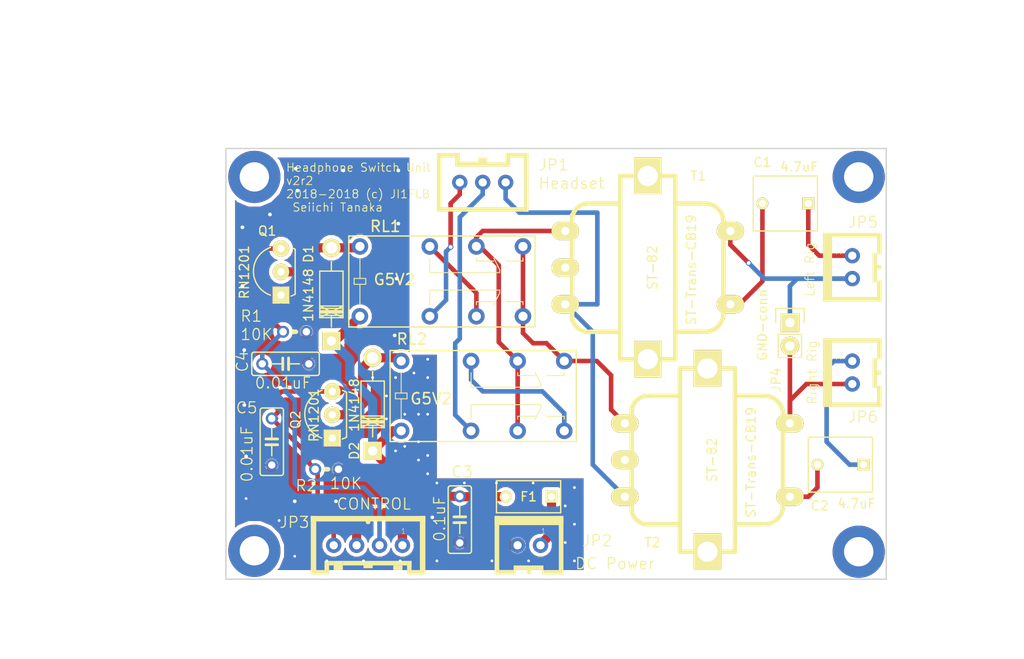
<source format=kicad_pcb>
(kicad_pcb (version 20171130) (host pcbnew "(5.0.0)")

  (general
    (thickness 1.6)
    (drawings 11)
    (tracks 277)
    (zones 0)
    (modules 26)
    (nets 21)
  )

  (page A4)
  (layers
    (0 F.Cu signal)
    (31 B.Cu signal)
    (32 B.Adhes user)
    (33 F.Adhes user)
    (34 B.Paste user)
    (35 F.Paste user)
    (36 B.SilkS user)
    (37 F.SilkS user)
    (38 B.Mask user)
    (39 F.Mask user)
    (40 Dwgs.User user)
    (41 Cmts.User user)
    (42 Eco1.User user)
    (43 Eco2.User user)
    (44 Edge.Cuts user)
    (45 Margin user)
    (46 B.CrtYd user)
    (47 F.CrtYd user)
    (48 B.Fab user)
    (49 F.Fab user)
  )

  (setup
    (last_trace_width 0.25)
    (user_trace_width 0.2)
    (user_trace_width 0.25)
    (user_trace_width 0.5)
    (user_trace_width 1)
    (trace_clearance 0.2)
    (zone_clearance 0.0254)
    (zone_45_only no)
    (trace_min 0.2)
    (segment_width 0.2)
    (edge_width 0.15)
    (via_size 0.6)
    (via_drill 0.4)
    (via_min_size 0.4)
    (via_min_drill 0.3)
    (user_via 0.4 0.3)
    (uvia_size 0.3)
    (uvia_drill 0.1)
    (uvias_allowed no)
    (uvia_min_size 0.2)
    (uvia_min_drill 0.1)
    (pcb_text_width 0.3)
    (pcb_text_size 1.5 1.5)
    (mod_edge_width 0.15)
    (mod_text_size 1 1)
    (mod_text_width 0.15)
    (pad_size 1.524 1.524)
    (pad_drill 0.762)
    (pad_to_mask_clearance 0.2)
    (aux_axis_origin 96 116)
    (grid_origin 96 116)
    (visible_elements 7FFFFFFF)
    (pcbplotparams
      (layerselection 0x010f0_ffffffff)
      (usegerberextensions true)
      (usegerberattributes false)
      (usegerberadvancedattributes false)
      (creategerberjobfile false)
      (excludeedgelayer true)
      (linewidth 0.100000)
      (plotframeref false)
      (viasonmask false)
      (mode 1)
      (useauxorigin false)
      (hpglpennumber 1)
      (hpglpenspeed 20)
      (hpglpendiameter 15.000000)
      (psnegative false)
      (psa4output false)
      (plotreference true)
      (plotvalue true)
      (plotinvisibletext false)
      (padsonsilk true)
      (subtractmaskfromsilk false)
      (outputformat 1)
      (mirror false)
      (drillshape 0)
      (scaleselection 1)
      (outputdirectory "Headphone-controler-v2r2_製造ファイル/"))
  )

  (net 0 "")
  (net 1 "Net-(C1-Pad1)")
  (net 2 "Net-(C1-Pad2)")
  (net 3 "Net-(C2-Pad1)")
  (net 4 "Net-(C2-Pad2)")
  (net 5 GND)
  (net 6 "Net-(C4-Pad1)")
  (net 7 "Net-(C5-Pad1)")
  (net 8 +5V)
  (net 9 "Net-(D1-Pad2)")
  (net 10 "Net-(D2-Pad2)")
  (net 11 "Net-(JP1-Pad2)")
  (net 12 "Net-(JP1-Pad1)")
  (net 13 "Net-(JP1-Pad3)")
  (net 14 "Net-(JP4-Pad1)")
  (net 15 "Net-(JP4-Pad2)")
  (net 16 "Net-(RL1-Pad11)")
  (net 17 "Net-(RL1-Pad8)")
  (net 18 "Net-(RL1-Pad13)")
  (net 19 "Net-(RL2-Pad13)")
  (net 20 "Net-(F1-Pad1)")

  (net_class Default "これは標準のネット クラスです。"
    (clearance 0.2)
    (trace_width 0.25)
    (via_dia 0.6)
    (via_drill 0.4)
    (uvia_dia 0.3)
    (uvia_drill 0.1)
  )

  (net_class Power-line ""
    (clearance 0.4)
    (trace_width 1)
    (via_dia 0.6)
    (via_drill 0.4)
    (uvia_dia 0.3)
    (uvia_drill 0.1)
    (add_net +5V)
    (add_net GND)
    (add_net "Net-(D1-Pad2)")
    (add_net "Net-(D2-Pad2)")
    (add_net "Net-(F1-Pad1)")
  )

  (net_class Signal-line ""
    (clearance 0.3)
    (trace_width 0.5)
    (via_dia 0.6)
    (via_drill 0.4)
    (uvia_dia 0.3)
    (uvia_drill 0.1)
    (add_net "Net-(C1-Pad1)")
    (add_net "Net-(C1-Pad2)")
    (add_net "Net-(C2-Pad1)")
    (add_net "Net-(C2-Pad2)")
    (add_net "Net-(C4-Pad1)")
    (add_net "Net-(C5-Pad1)")
    (add_net "Net-(JP1-Pad1)")
    (add_net "Net-(JP1-Pad2)")
    (add_net "Net-(JP1-Pad3)")
    (add_net "Net-(JP4-Pad1)")
    (add_net "Net-(JP4-Pad2)")
    (add_net "Net-(RL1-Pad11)")
    (add_net "Net-(RL1-Pad13)")
    (add_net "Net-(RL1-Pad8)")
    (add_net "Net-(RL2-Pad13)")
  )

  (module Capacitors_ThroughHole:C_Rect_L7_W3.5_P5 (layer F.Cu) (tedit 57D8A223) (tstamp 57D89ED7)
    (at 131.5 107 180)
    (descr "Film Capacitor Length 7mm x Width 3.5mm, Pitch 5mm")
    (tags Capacitor)
    (path /57D89E06)
    (fp_text reference F1 (at 2.5 0 180) (layer F.SilkS)
      (effects (font (size 1 1) (thickness 0.15)))
    )
    (fp_text value "Poli FUSE" (at 2.5 3 180) (layer F.Fab)
      (effects (font (size 1 1) (thickness 0.15)))
    )
    (fp_line (start -1.25 -2) (end 6.25 -2) (layer F.CrtYd) (width 0.05))
    (fp_line (start 6.25 -2) (end 6.25 2) (layer F.CrtYd) (width 0.05))
    (fp_line (start 6.25 2) (end -1.25 2) (layer F.CrtYd) (width 0.05))
    (fp_line (start -1.25 2) (end -1.25 -2) (layer F.CrtYd) (width 0.05))
    (fp_line (start -1 -1.75) (end 6 -1.75) (layer F.SilkS) (width 0.15))
    (fp_line (start 6 -1.75) (end 6 1.75) (layer F.SilkS) (width 0.15))
    (fp_line (start 6 1.75) (end -1 1.75) (layer F.SilkS) (width 0.15))
    (fp_line (start -1 1.75) (end -1 -1.75) (layer F.SilkS) (width 0.15))
    (pad 1 thru_hole rect (at 0 0 180) (size 1.3 1.3) (drill 0.8) (layers *.Cu *.Mask F.SilkS)
      (net 20 "Net-(F1-Pad1)"))
    (pad 2 thru_hole circle (at 5 0 180) (size 1.3 1.3) (drill 0.8) (layers *.Cu *.Mask F.SilkS)
      (net 8 +5V))
  )

  (module Myparts:CON-JST-B02B-XASK-1 (layer F.Cu) (tedit 57DFC7D3) (tstamp 57D7D8EA)
    (at 129 115.5)
    (path /57D762F9)
    (fp_text reference JP2 (at 5.75 -3) (layer F.SilkS)
      (effects (font (size 1.2065 1.2065) (thickness 0.127)) (justify left bottom))
    )
    (fp_text value "DC Power" (at 5 -0.5 180) (layer F.SilkS)
      (effects (font (size 1.2065 1.2065) (thickness 0.127)) (justify left bottom))
    )
    (fp_text user 1 (at 1.31 -4.4) (layer F.SilkS)
      (effects (font (size 0.57912 0.57912) (thickness 0.048768)) (justify left bottom))
    )
    (fp_poly (pts (xy -0.2 -0.1) (xy 0.3 -0.1) (xy 0.3 -0.6) (xy -0.2 -0.6)) (layer F.SilkS) (width 0))
    (fp_poly (pts (xy -3.7 -5.4) (xy 3.8 -5.4) (xy 3.8 -6.4) (xy -3.7 -6.4)) (layer F.SilkS) (width 0))
    (fp_poly (pts (xy 3.3 0) (xy 3.8 0) (xy 3.8 -6.4) (xy 3.3 -6.4)) (layer F.SilkS) (width 0))
    (fp_poly (pts (xy -3.7 0) (xy -3.2 0) (xy -3.2 -6.4) (xy -3.7 -6.4)) (layer F.SilkS) (width 0))
    (fp_poly (pts (xy -3.7 -0.01) (xy -1.4 -0.01) (xy -1.4 -0.51) (xy -3.7 -0.51)) (layer F.SilkS) (width 0))
    (fp_poly (pts (xy 1.49 0) (xy 3.79 0) (xy 3.79 -0.5) (xy 1.49 -0.5)) (layer F.SilkS) (width 0))
    (fp_poly (pts (xy -1.63 -0.5) (xy 1.62 -0.5) (xy 1.62 -1) (xy -1.63 -1)) (layer F.SilkS) (width 0))
    (fp_poly (pts (xy 0 0) (xy 0.1 0) (xy 0.1 -0.1) (xy 0 -0.1)) (layer F.SilkS) (width 0))
    (pad 2 thru_hole circle (at -1.2 -3.2) (size 1.6764 1.6764) (drill 0.9) (layers *.Cu *.Mask)
      (net 5 GND))
    (pad 1 thru_hole circle (at 1.3 -3.2) (size 1.6764 1.6764) (drill 0.9) (layers *.Cu *.Mask)
      (net 20 "Net-(F1-Pad1)"))
  )

  (module Capacitors_ThroughHole:C_Rect_L7_W6_P5 (layer F.Cu) (tedit 57DFC758) (tstamp 57D7D8AA)
    (at 159.5 75 180)
    (descr "Film Capacitor Length 7mm x Width 6mm")
    (tags Capacitor)
    (path /57D76741)
    (fp_text reference C1 (at 5 4.5 180) (layer F.SilkS)
      (effects (font (size 1 1) (thickness 0.15)))
    )
    (fp_text value 4.7uF (at 1 4 180) (layer F.SilkS)
      (effects (font (size 1 1) (thickness 0.15)))
    )
    (fp_line (start -1.25 -3.25) (end 6.25 -3.25) (layer F.CrtYd) (width 0.05))
    (fp_line (start 6.25 -3.25) (end 6.25 3.25) (layer F.CrtYd) (width 0.05))
    (fp_line (start 6.25 3.25) (end -1.25 3.25) (layer F.CrtYd) (width 0.05))
    (fp_line (start -1.25 3.25) (end -1.25 -3.25) (layer F.CrtYd) (width 0.05))
    (fp_line (start -1 -3) (end 6 -3) (layer F.SilkS) (width 0.15))
    (fp_line (start 6 -3) (end 6 3) (layer F.SilkS) (width 0.15))
    (fp_line (start 6 3) (end -1 3) (layer F.SilkS) (width 0.15))
    (fp_line (start -1 3) (end -1 -3) (layer F.SilkS) (width 0.15))
    (pad 1 thru_hole rect (at 0 0 180) (size 1.3 1.3) (drill 0.8) (layers *.Cu *.Mask F.SilkS)
      (net 1 "Net-(C1-Pad1)"))
    (pad 2 thru_hole circle (at 5 0 180) (size 1.3 1.3) (drill 0.8) (layers *.Cu *.Mask F.SilkS)
      (net 2 "Net-(C1-Pad2)"))
    (model Capacitors_ThroughHole.3dshapes/C_Rect_L7_W6_P5.wrl
      (offset (xyz 2.499994962453842 0 0))
      (scale (xyz 1 1 1))
      (rotate (xyz 0 0 0))
    )
  )

  (module Capacitors_ThroughHole:C_Rect_L7_W6_P5 (layer F.Cu) (tedit 57DFC7C1) (tstamp 57D7D8B8)
    (at 165.5 103.5 180)
    (descr "Film Capacitor Length 7mm x Width 6mm")
    (tags Capacitor)
    (path /57D7682C)
    (fp_text reference C2 (at 4.75 -4.5 180) (layer F.SilkS)
      (effects (font (size 1 1) (thickness 0.15)))
    )
    (fp_text value 4.7uF (at 0.75 -4.25 180) (layer F.SilkS)
      (effects (font (size 1 1) (thickness 0.15)))
    )
    (fp_line (start -1.25 -3.25) (end 6.25 -3.25) (layer F.CrtYd) (width 0.05))
    (fp_line (start 6.25 -3.25) (end 6.25 3.25) (layer F.CrtYd) (width 0.05))
    (fp_line (start 6.25 3.25) (end -1.25 3.25) (layer F.CrtYd) (width 0.05))
    (fp_line (start -1.25 3.25) (end -1.25 -3.25) (layer F.CrtYd) (width 0.05))
    (fp_line (start -1 -3) (end 6 -3) (layer F.SilkS) (width 0.15))
    (fp_line (start 6 -3) (end 6 3) (layer F.SilkS) (width 0.15))
    (fp_line (start 6 3) (end -1 3) (layer F.SilkS) (width 0.15))
    (fp_line (start -1 3) (end -1 -3) (layer F.SilkS) (width 0.15))
    (pad 1 thru_hole rect (at 0 0 180) (size 1.3 1.3) (drill 0.8) (layers *.Cu *.Mask F.SilkS)
      (net 3 "Net-(C2-Pad1)"))
    (pad 2 thru_hole circle (at 5 0 180) (size 1.3 1.3) (drill 0.8) (layers *.Cu *.Mask F.SilkS)
      (net 4 "Net-(C2-Pad2)"))
    (model Capacitors_ThroughHole.3dshapes/C_Rect_L7_W6_P5.wrl
      (offset (xyz 2.499994962453842 0 0))
      (scale (xyz 1 1 1))
      (rotate (xyz 0 0 0))
    )
  )

  (module Myparts:C050-025X075 (layer F.Cu) (tedit 57D8A22B) (tstamp 57D7D8BE)
    (at 121.5 109.5 270)
    (descr "<b>CAPACITOR</b><p>\ngrid 5 mm, outline 2.5 x 7.5 mm")
    (path /57D765E6)
    (fp_text reference C3 (at -4.5 1) (layer F.SilkS)
      (effects (font (size 1.2065 1.2065) (thickness 0.127)) (justify left bottom))
    )
    (fp_text value 0.1uF (at 2.5 1.5 270) (layer F.SilkS)
      (effects (font (size 1.2065 1.2065) (thickness 0.127)) (justify left bottom))
    )
    (fp_line (start -0.3048 -0.635) (end -0.3048 0) (layer F.SilkS) (width 0.3048))
    (fp_line (start -0.3048 0) (end -0.3048 0.635) (layer F.SilkS) (width 0.3048))
    (fp_line (start -0.3048 0) (end -1.524 0) (layer F.SilkS) (width 0.1524))
    (fp_line (start 0.3302 -0.635) (end 0.3302 0) (layer F.SilkS) (width 0.3048))
    (fp_line (start 0.3302 0) (end 0.3302 0.635) (layer F.SilkS) (width 0.3048))
    (fp_line (start 0.3302 0) (end 1.524 0) (layer F.SilkS) (width 0.1524))
    (fp_line (start -3.683 -1.016) (end -3.683 1.016) (layer F.SilkS) (width 0.1524))
    (fp_line (start -3.429 1.27) (end 3.429 1.27) (layer F.SilkS) (width 0.1524))
    (fp_line (start 3.683 1.016) (end 3.683 -1.016) (layer F.SilkS) (width 0.1524))
    (fp_line (start 3.429 -1.27) (end -3.429 -1.27) (layer F.SilkS) (width 0.1524))
    (fp_arc (start 3.429 -1.016) (end 3.429 -1.27) (angle 90) (layer F.SilkS) (width 0.1524))
    (fp_arc (start 3.429 1.016) (end 3.429 1.27) (angle -90) (layer F.SilkS) (width 0.1524))
    (fp_arc (start -3.429 1.016) (end -3.683 1.016) (angle -90) (layer F.SilkS) (width 0.1524))
    (fp_arc (start -3.429 -1.016) (end -3.683 -1.016) (angle 90) (layer F.SilkS) (width 0.1524))
    (pad 1 thru_hole circle (at -2.54 0 270) (size 1.308 1.308) (drill 0.8) (layers *.Cu *.Mask)
      (net 8 +5V))
    (pad 2 thru_hole circle (at 2.54 0 270) (size 1.308 1.308) (drill 0.8) (layers *.Cu *.Mask)
      (net 5 GND))
  )

  (module Myparts:C050-025X075 (layer F.Cu) (tedit 57D8A6B8) (tstamp 57D7D8C4)
    (at 102.5 92.5)
    (descr "<b>CAPACITOR</b><p>\ngrid 5 mm, outline 2.5 x 7.5 mm")
    (path /57D76684)
    (fp_text reference C4 (at -4 1 90) (layer F.SilkS)
      (effects (font (size 1.2065 1.2065) (thickness 0.127)) (justify left bottom))
    )
    (fp_text value 0.01uF (at -3.429 2.794) (layer F.SilkS)
      (effects (font (size 1.2065 1.2065) (thickness 0.127)) (justify left bottom))
    )
    (fp_line (start -0.3048 -0.635) (end -0.3048 0) (layer F.SilkS) (width 0.3048))
    (fp_line (start -0.3048 0) (end -0.3048 0.635) (layer F.SilkS) (width 0.3048))
    (fp_line (start -0.3048 0) (end -1.524 0) (layer F.SilkS) (width 0.1524))
    (fp_line (start 0.3302 -0.635) (end 0.3302 0) (layer F.SilkS) (width 0.3048))
    (fp_line (start 0.3302 0) (end 0.3302 0.635) (layer F.SilkS) (width 0.3048))
    (fp_line (start 0.3302 0) (end 1.524 0) (layer F.SilkS) (width 0.1524))
    (fp_line (start -3.683 -1.016) (end -3.683 1.016) (layer F.SilkS) (width 0.1524))
    (fp_line (start -3.429 1.27) (end 3.429 1.27) (layer F.SilkS) (width 0.1524))
    (fp_line (start 3.683 1.016) (end 3.683 -1.016) (layer F.SilkS) (width 0.1524))
    (fp_line (start 3.429 -1.27) (end -3.429 -1.27) (layer F.SilkS) (width 0.1524))
    (fp_arc (start 3.429 -1.016) (end 3.429 -1.27) (angle 90) (layer F.SilkS) (width 0.1524))
    (fp_arc (start 3.429 1.016) (end 3.429 1.27) (angle -90) (layer F.SilkS) (width 0.1524))
    (fp_arc (start -3.429 1.016) (end -3.683 1.016) (angle -90) (layer F.SilkS) (width 0.1524))
    (fp_arc (start -3.429 -1.016) (end -3.683 -1.016) (angle 90) (layer F.SilkS) (width 0.1524))
    (pad 1 thru_hole circle (at -2.54 0) (size 1.308 1.308) (drill 0.8) (layers *.Cu *.Mask)
      (net 6 "Net-(C4-Pad1)"))
    (pad 2 thru_hole circle (at 2.54 0) (size 1.308 1.308) (drill 0.8) (layers *.Cu *.Mask)
      (net 5 GND))
  )

  (module Myparts:C050-025X075 (layer F.Cu) (tedit 57D8A702) (tstamp 57D7D8CA)
    (at 101 101 270)
    (descr "<b>CAPACITOR</b><p>\ngrid 5 mm, outline 2.5 x 7.5 mm")
    (path /57D76704)
    (fp_text reference C5 (at -3 4) (layer F.SilkS)
      (effects (font (size 1.2065 1.2065) (thickness 0.127)) (justify left bottom))
    )
    (fp_text value 0.01uF (at 4.5 2 270) (layer F.SilkS)
      (effects (font (size 1.2065 1.2065) (thickness 0.127)) (justify left bottom))
    )
    (fp_line (start -0.3048 -0.635) (end -0.3048 0) (layer F.SilkS) (width 0.3048))
    (fp_line (start -0.3048 0) (end -0.3048 0.635) (layer F.SilkS) (width 0.3048))
    (fp_line (start -0.3048 0) (end -1.524 0) (layer F.SilkS) (width 0.1524))
    (fp_line (start 0.3302 -0.635) (end 0.3302 0) (layer F.SilkS) (width 0.3048))
    (fp_line (start 0.3302 0) (end 0.3302 0.635) (layer F.SilkS) (width 0.3048))
    (fp_line (start 0.3302 0) (end 1.524 0) (layer F.SilkS) (width 0.1524))
    (fp_line (start -3.683 -1.016) (end -3.683 1.016) (layer F.SilkS) (width 0.1524))
    (fp_line (start -3.429 1.27) (end 3.429 1.27) (layer F.SilkS) (width 0.1524))
    (fp_line (start 3.683 1.016) (end 3.683 -1.016) (layer F.SilkS) (width 0.1524))
    (fp_line (start 3.429 -1.27) (end -3.429 -1.27) (layer F.SilkS) (width 0.1524))
    (fp_arc (start 3.429 -1.016) (end 3.429 -1.27) (angle 90) (layer F.SilkS) (width 0.1524))
    (fp_arc (start 3.429 1.016) (end 3.429 1.27) (angle -90) (layer F.SilkS) (width 0.1524))
    (fp_arc (start -3.429 1.016) (end -3.683 1.016) (angle -90) (layer F.SilkS) (width 0.1524))
    (fp_arc (start -3.429 -1.016) (end -3.683 -1.016) (angle 90) (layer F.SilkS) (width 0.1524))
    (pad 1 thru_hole circle (at -2.54 0 270) (size 1.308 1.308) (drill 0.8) (layers *.Cu *.Mask)
      (net 7 "Net-(C5-Pad1)"))
    (pad 2 thru_hole circle (at 2.54 0 270) (size 1.308 1.308) (drill 0.8) (layers *.Cu *.Mask)
      (net 5 GND))
  )

  (module Myparts:CON-JST-B03B-XASK-1 (layer F.Cu) (tedit 57D8A7A5) (tstamp 57D7D8E4)
    (at 124 69.5 180)
    (path /57D761AD)
    (fp_text reference JP1 (at -6 -2 180) (layer F.SilkS)
      (effects (font (size 1.2065 1.2065) (thickness 0.127)) (justify left bottom))
    )
    (fp_text value Headset (at -6 -4 180) (layer F.SilkS)
      (effects (font (size 1.2065 1.2065) (thickness 0.127)) (justify left bottom))
    )
    (fp_line (start -0.3 -1) (end 2.6 -1) (layer F.SilkS) (width 0.127))
    (fp_text user 1 (at 2.31 -4.4 180) (layer F.SilkS)
      (effects (font (size 0.57912 0.57912) (thickness 0.048768)) (justify left bottom))
    )
    (fp_poly (pts (xy -0.5 -0.5) (xy 0.5 -0.5) (xy 0.5 -1) (xy -0.5 -1)) (layer F.SilkS) (width 0))
    (fp_poly (pts (xy -5 -5.9) (xy 5 -5.9) (xy 5 -6.4) (xy -5 -6.4)) (layer F.SilkS) (width 0))
    (fp_poly (pts (xy -5 0) (xy -4.5 0) (xy -4.5 -6.4) (xy -5 -6.4)) (layer F.SilkS) (width 0))
    (fp_poly (pts (xy 4.5 0) (xy 5 0) (xy 5 -6.4) (xy 4.5 -6.4)) (layer F.SilkS) (width 0))
    (fp_poly (pts (xy -5 0) (xy -2.5 0) (xy -2.5 -0.5) (xy -5 -0.5)) (layer F.SilkS) (width 0))
    (fp_poly (pts (xy 2.5 0) (xy 5 0) (xy 5 -0.5) (xy 2.5 -0.5)) (layer F.SilkS) (width 0))
    (fp_poly (pts (xy -3 0) (xy -2.5 0) (xy -2.5 -1.5) (xy -3 -1.5)) (layer F.SilkS) (width 0))
    (fp_poly (pts (xy -2.5 -1) (xy 3 -1) (xy 3 -1.5) (xy -2.5 -1.5)) (layer F.SilkS) (width 0))
    (fp_poly (pts (xy 2.5 0) (xy 3 0) (xy 3 -1.5) (xy 2.5 -1.5)) (layer F.SilkS) (width 0))
    (fp_poly (pts (xy -0.1 0) (xy 0.1 0) (xy 0.1 -0.1) (xy -0.1 -0.1)) (layer F.SilkS) (width 0))
    (pad 2 thru_hole circle (at 0 -3.2 180) (size 1.6764 1.6764) (drill 0.9) (layers *.Cu *.Mask)
      (net 11 "Net-(JP1-Pad2)"))
    (pad 1 thru_hole circle (at 2.5 -3.2 180) (size 1.6764 1.6764) (drill 0.9) (layers *.Cu *.Mask)
      (net 12 "Net-(JP1-Pad1)"))
    (pad 3 thru_hole circle (at -2.5 -3.2 180) (size 1.6764 1.6764) (drill 0.9) (layers *.Cu *.Mask)
      (net 13 "Net-(JP1-Pad3)"))
  )

  (module Myparts:CON-JST-B04B-XASK-1 (layer F.Cu) (tedit 57DFC7DC) (tstamp 57D7D8F2)
    (at 111.5 115.5)
    (descr "<P><b>JST XA type connector</b></P>\nhttp://www.jst-mfg.com/product/pdf/jpn/XA1.pdf")
    (path /57D763A4)
    (fp_text reference JP3 (at -9.75 -5 180) (layer F.SilkS)
      (effects (font (size 1.2065 1.2065) (thickness 0.127)) (justify left bottom))
    )
    (fp_text value CONTROL (at -3.5 -7) (layer F.SilkS)
      (effects (font (size 1.2065 1.2065) (thickness 0.127)) (justify left bottom))
    )
    (fp_text user 1 (at 3.55 -4.4) (layer F.SilkS)
      (effects (font (size 0.57912 0.57912) (thickness 0.048768)) (justify left bottom))
    )
    (fp_circle (center 0 -5.75) (end 0.25 -5.75) (layer F.SilkS) (width 0))
    (fp_poly (pts (xy -0.5 -0.7) (xy 0.5 -0.7) (xy 0.5 -1.2) (xy -0.5 -1.2)) (layer F.SilkS) (width 0))
    (fp_poly (pts (xy -6.25 -5.8) (xy 6.25 -5.8) (xy 6.25 -6.4) (xy -6.25 -6.4)) (layer F.SilkS) (width 0))
    (fp_poly (pts (xy -6.25 0) (xy -5.65 0) (xy -5.65 -6.4) (xy -6.25 -6.4)) (layer F.SilkS) (width 0))
    (fp_poly (pts (xy 5.65 0) (xy 6.25 0) (xy 6.25 -6.4) (xy 5.65 -6.4)) (layer F.SilkS) (width 0))
    (fp_poly (pts (xy 4.25 0) (xy 6.25 0) (xy 6.25 -0.5) (xy 4.25 -0.5)) (layer F.SilkS) (width 0))
    (fp_poly (pts (xy 4.25 -0.5) (xy 4.75 -0.5) (xy 4.75 -1.5) (xy 4.25 -1.5)) (layer F.SilkS) (width 0))
    (fp_poly (pts (xy -6.25 0) (xy -4.25 0) (xy -4.25 -0.5) (xy -6.25 -0.5)) (layer F.SilkS) (width 0))
    (fp_poly (pts (xy -4.75 -0.5) (xy -4.25 -0.5) (xy -4.25 -1.5) (xy -4.75 -1.5)) (layer F.SilkS) (width 0))
    (fp_poly (pts (xy -4.25 -1) (xy -3.75 -1) (xy -3.75 -1.5) (xy -4.25 -1.5)) (layer F.SilkS) (width 0))
    (fp_poly (pts (xy -3.75 -0.5) (xy -2.75 -0.5) (xy -2.75 -1.5) (xy -3.75 -1.5)) (layer F.SilkS) (width 0))
    (fp_poly (pts (xy -2.75 -1) (xy 4.25 -1) (xy 4.25 -1.5) (xy -2.75 -1.5)) (layer F.SilkS) (width 0))
    (fp_poly (pts (xy 2.75 -0.5) (xy 3.75 -0.5) (xy 3.75 -1) (xy 2.75 -1)) (layer F.SilkS) (width 0))
    (fp_poly (pts (xy -0.05 0) (xy 0.05 0) (xy 0.05 -0.1) (xy -0.05 -0.1)) (layer F.SilkS) (width 0))
    (pad 2 thru_hole circle (at 1.25 -3.2) (size 1.6764 1.6764) (drill 0.9) (layers *.Cu *.Mask)
      (net 6 "Net-(C4-Pad1)"))
    (pad 1 thru_hole circle (at 3.75 -3.2) (size 1.6764 1.6764) (drill 0.9) (layers *.Cu *.Mask)
      (net 8 +5V))
    (pad 3 thru_hole circle (at -1.25 -3.2) (size 1.6764 1.6764) (drill 0.9) (layers *.Cu *.Mask)
      (net 8 +5V))
    (pad 4 thru_hole circle (at -3.75 -3.2) (size 1.6764 1.6764) (drill 0.9) (layers *.Cu *.Mask)
      (net 7 "Net-(C5-Pad1)"))
  )

  (module Pin_Headers:Pin_Header_Straight_1x02 (layer F.Cu) (tedit 57DFC6A7) (tstamp 57D7D8F8)
    (at 157.5 88)
    (descr "Through hole pin header")
    (tags "pin header")
    (path /57D775C1)
    (fp_text reference JP4 (at -1.5 6.25 90) (layer F.SilkS)
      (effects (font (size 1 1) (thickness 0.15)))
    )
    (fp_text value GND-conn (at -3 0.25 90) (layer F.SilkS)
      (effects (font (size 1 1) (thickness 0.15)))
    )
    (fp_line (start 1.27 1.27) (end 1.27 3.81) (layer F.SilkS) (width 0.15))
    (fp_line (start 1.55 -1.55) (end 1.55 0) (layer F.SilkS) (width 0.15))
    (fp_line (start -1.75 -1.75) (end -1.75 4.3) (layer F.CrtYd) (width 0.05))
    (fp_line (start 1.75 -1.75) (end 1.75 4.3) (layer F.CrtYd) (width 0.05))
    (fp_line (start -1.75 -1.75) (end 1.75 -1.75) (layer F.CrtYd) (width 0.05))
    (fp_line (start -1.75 4.3) (end 1.75 4.3) (layer F.CrtYd) (width 0.05))
    (fp_line (start 1.27 1.27) (end -1.27 1.27) (layer F.SilkS) (width 0.15))
    (fp_line (start -1.55 0) (end -1.55 -1.55) (layer F.SilkS) (width 0.15))
    (fp_line (start -1.55 -1.55) (end 1.55 -1.55) (layer F.SilkS) (width 0.15))
    (fp_line (start -1.27 1.27) (end -1.27 3.81) (layer F.SilkS) (width 0.15))
    (fp_line (start -1.27 3.81) (end 1.27 3.81) (layer F.SilkS) (width 0.15))
    (pad 1 thru_hole rect (at 0 0) (size 2.032 2.032) (drill 1.016) (layers *.Cu *.Mask F.SilkS)
      (net 14 "Net-(JP4-Pad1)"))
    (pad 2 thru_hole oval (at 0 2.54) (size 2.032 2.032) (drill 1.016) (layers *.Cu *.Mask F.SilkS)
      (net 15 "Net-(JP4-Pad2)"))
    (model Pin_Headers.3dshapes/Pin_Header_Straight_1x02.wrl
      (offset (xyz 0 -1.269999980926514 0))
      (scale (xyz 1 1 1))
      (rotate (xyz 0 0 90))
    )
  )

  (module Myparts:CON-JST-B02B-XASK-1 (layer F.Cu) (tedit 5BE388B9) (tstamp 57D7D8FE)
    (at 167.5 82 90)
    (path /57D762C3)
    (fp_text reference JP5 (at 4.25 -3.75 180) (layer F.SilkS)
      (effects (font (size 1.2065 1.2065) (thickness 0.127)) (justify left bottom))
    )
    (fp_text value "Left Rig" (at -3.25 -7.25 90) (layer F.SilkS)
      (effects (font (size 1 1) (thickness 0.1)) (justify left bottom))
    )
    (fp_text user 1 (at 1.31 -4.4 90) (layer F.SilkS)
      (effects (font (size 0.57912 0.57912) (thickness 0.048768)) (justify left bottom))
    )
    (fp_poly (pts (xy -0.2 -0.1) (xy 0.3 -0.1) (xy 0.3 -0.6) (xy -0.2 -0.6)) (layer F.SilkS) (width 0))
    (fp_poly (pts (xy -3.7 -5.4) (xy 3.8 -5.4) (xy 3.8 -6.4) (xy -3.7 -6.4)) (layer F.SilkS) (width 0))
    (fp_poly (pts (xy 3.3 0) (xy 3.8 0) (xy 3.8 -6.4) (xy 3.3 -6.4)) (layer F.SilkS) (width 0))
    (fp_poly (pts (xy -3.7 0) (xy -3.2 0) (xy -3.2 -6.4) (xy -3.7 -6.4)) (layer F.SilkS) (width 0))
    (fp_poly (pts (xy -3.7 -0.01) (xy -1.4 -0.01) (xy -1.4 -0.51) (xy -3.7 -0.51)) (layer F.SilkS) (width 0))
    (fp_poly (pts (xy 1.49 0) (xy 3.79 0) (xy 3.79 -0.5) (xy 1.49 -0.5)) (layer F.SilkS) (width 0))
    (fp_poly (pts (xy -1.63 -0.5) (xy 1.62 -0.5) (xy 1.62 -1) (xy -1.63 -1)) (layer F.SilkS) (width 0))
    (fp_poly (pts (xy 0 0) (xy 0.1 0) (xy 0.1 -0.1) (xy 0 -0.1)) (layer F.SilkS) (width 0))
    (pad 2 thru_hole circle (at -1.2 -3.2 90) (size 1.6764 1.6764) (drill 0.9) (layers *.Cu *.Mask)
      (net 14 "Net-(JP4-Pad1)"))
    (pad 1 thru_hole circle (at 1.3 -3.2 90) (size 1.6764 1.6764) (drill 0.9) (layers *.Cu *.Mask)
      (net 1 "Net-(C1-Pad1)"))
  )

  (module Myparts:CON-JST-B02B-XASK-1 (layer F.Cu) (tedit 5BE38897) (tstamp 57D7D904)
    (at 167.5 93.5 90)
    (path /57D761E8)
    (fp_text reference JP6 (at -5.5 -3.75 180) (layer F.SilkS)
      (effects (font (size 1.2065 1.2065) (thickness 0.127)) (justify left bottom))
    )
    (fp_text value "Right Rig" (at -3.5 -7 90) (layer F.SilkS)
      (effects (font (size 1 1) (thickness 0.1)) (justify left bottom))
    )
    (fp_text user 1 (at 1.31 -4.4 90) (layer F.SilkS)
      (effects (font (size 0.57912 0.57912) (thickness 0.048768)) (justify left bottom))
    )
    (fp_poly (pts (xy -0.2 -0.1) (xy 0.3 -0.1) (xy 0.3 -0.6) (xy -0.2 -0.6)) (layer F.SilkS) (width 0))
    (fp_poly (pts (xy -3.7 -5.4) (xy 3.8 -5.4) (xy 3.8 -6.4) (xy -3.7 -6.4)) (layer F.SilkS) (width 0))
    (fp_poly (pts (xy 3.3 0) (xy 3.8 0) (xy 3.8 -6.4) (xy 3.3 -6.4)) (layer F.SilkS) (width 0))
    (fp_poly (pts (xy -3.7 0) (xy -3.2 0) (xy -3.2 -6.4) (xy -3.7 -6.4)) (layer F.SilkS) (width 0))
    (fp_poly (pts (xy -3.7 -0.01) (xy -1.4 -0.01) (xy -1.4 -0.51) (xy -3.7 -0.51)) (layer F.SilkS) (width 0))
    (fp_poly (pts (xy 1.49 0) (xy 3.79 0) (xy 3.79 -0.5) (xy 1.49 -0.5)) (layer F.SilkS) (width 0))
    (fp_poly (pts (xy -1.63 -0.5) (xy 1.62 -0.5) (xy 1.62 -1) (xy -1.63 -1)) (layer F.SilkS) (width 0))
    (fp_poly (pts (xy 0 0) (xy 0.1 0) (xy 0.1 -0.1) (xy 0 -0.1)) (layer F.SilkS) (width 0))
    (pad 2 thru_hole circle (at -1.2 -3.2 90) (size 1.6764 1.6764) (drill 0.9) (layers *.Cu *.Mask)
      (net 15 "Net-(JP4-Pad2)"))
    (pad 1 thru_hole circle (at 1.3 -3.2 90) (size 1.6764 1.6764) (drill 0.9) (layers *.Cu *.Mask)
      (net 3 "Net-(C2-Pad1)"))
  )

  (module TR:2SC1815GR (layer F.Cu) (tedit 57DFC6E9) (tstamp 57D7D90B)
    (at 102 85 180)
    (path /593B441E)
    (fp_text reference Q1 (at 1.5 7) (layer F.SilkS)
      (effects (font (size 1 1) (thickness 0.15)))
    )
    (fp_text value RN1201 (at 4 2.5 270) (layer F.SilkS)
      (effects (font (size 1 1) (thickness 0.15)))
    )
    (fp_line (start -1.55 5) (end -1.55 0.1) (layer F.SilkS) (width 0.15))
    (fp_arc (start -0.15 2.6) (end -1.55 0.1) (angle 10) (layer F.SilkS) (width 0.15))
    (fp_arc (start -0.2 2.6) (end -1.1 5.2) (angle 10) (layer F.SilkS) (width 0.15))
    (fp_arc (start 0.25 2.6) (end 1.15 0) (angle 142) (layer F.SilkS) (width 0.15))
    (pad 1 thru_hole rect (at 0 0 180) (size 1.8 1.8) (drill 0.8) (layers *.Cu *.Mask F.SilkS)
      (net 5 GND))
    (pad 2 thru_hole circle (at 0 2.54 180) (size 1.8 1.8) (drill 0.8) (layers *.Cu *.Mask F.SilkS)
      (net 9 "Net-(D1-Pad2)"))
    (pad 3 thru_hole circle (at 0 5.08 180) (size 1.8 1.8) (drill 0.8) (layers *.Cu *.Mask F.SilkS)
      (net 6 "Net-(C4-Pad1)"))
  )

  (module TR:2SC1815GR (layer F.Cu) (tedit 57DFC70E) (tstamp 57D7D912)
    (at 107.6 100.6 180)
    (path /593B44A7)
    (fp_text reference Q2 (at 4 2 270) (layer F.SilkS)
      (effects (font (size 1 1) (thickness 0.15)))
    )
    (fp_text value RN1201 (at 2 2.5 270) (layer F.SilkS)
      (effects (font (size 1 1) (thickness 0.15)))
    )
    (fp_line (start -1.55 5) (end -1.55 0.1) (layer F.SilkS) (width 0.15))
    (fp_arc (start -0.15 2.6) (end -1.55 0.1) (angle 10) (layer F.SilkS) (width 0.15))
    (fp_arc (start -0.2 2.6) (end -1.1 5.2) (angle 10) (layer F.SilkS) (width 0.15))
    (fp_arc (start 0.25 2.6) (end 1.15 0) (angle 142) (layer F.SilkS) (width 0.15))
    (pad 1 thru_hole rect (at 0 0 180) (size 1.8 1.8) (drill 0.8) (layers *.Cu *.Mask F.SilkS)
      (net 5 GND))
    (pad 2 thru_hole circle (at 0 2.54 180) (size 1.8 1.8) (drill 0.8) (layers *.Cu *.Mask F.SilkS)
      (net 10 "Net-(D2-Pad2)"))
    (pad 3 thru_hole circle (at 0 5.08 180) (size 1.8 1.8) (drill 0.8) (layers *.Cu *.Mask F.SilkS)
      (net 7 "Net-(C5-Pad1)"))
  )

  (module Myparts:0204V (layer F.Cu) (tedit 57D8A6C8) (tstamp 57D7D918)
    (at 103.5 89)
    (descr "<b>RESISTOR</b><p>\ntype 0204, grid 2.5 mm")
    (path /57D76BF6)
    (fp_text reference R1 (at -6 -1) (layer F.SilkS)
      (effects (font (size 1.2065 1.2065) (thickness 0.127)) (justify left bottom))
    )
    (fp_text value 10K (at -6 1) (layer F.SilkS)
      (effects (font (size 1.2065 1.2065) (thickness 0.127)) (justify left bottom))
    )
    (fp_line (start -1.27 0) (end 1.27 0) (layer Dwgs.User) (width 0.508))
    (fp_line (start -0.127 0) (end 0.127 0) (layer F.SilkS) (width 0.508))
    (fp_circle (center -1.27 0) (end -0.381 0) (layer Dwgs.User) (width 0.1524))
    (fp_circle (center -1.27 0) (end -0.635 0) (layer Dwgs.User) (width 0.0508))
    (pad 1 thru_hole circle (at -1.27 0) (size 1.3208 1.3208) (drill 0.8128) (layers *.Cu *.Mask)
      (net 6 "Net-(C4-Pad1)"))
    (pad 2 thru_hole circle (at 1.27 0) (size 1.3208 1.3208) (drill 0.8128) (layers *.Cu *.Mask)
      (net 5 GND))
  )

  (module Myparts:0204V (layer F.Cu) (tedit 57DFC795) (tstamp 57D7D91E)
    (at 107 104)
    (descr "<b>RESISTOR</b><p>\ntype 0204, grid 2.5 mm")
    (path /57D76ABD)
    (fp_text reference R2 (at -3.5 2.5) (layer F.SilkS)
      (effects (font (size 1.2065 1.2065) (thickness 0.127)) (justify left bottom))
    )
    (fp_text value 10K (at 0.25 2.25) (layer F.SilkS)
      (effects (font (size 1.2065 1.2065) (thickness 0.127)) (justify left bottom))
    )
    (fp_line (start -1.27 0) (end 1.27 0) (layer Dwgs.User) (width 0.508))
    (fp_line (start -0.127 0) (end 0.127 0) (layer F.SilkS) (width 0.508))
    (fp_circle (center -1.27 0) (end -0.381 0) (layer Dwgs.User) (width 0.1524))
    (fp_circle (center -1.27 0) (end -0.635 0) (layer Dwgs.User) (width 0.0508))
    (pad 1 thru_hole circle (at -1.27 0) (size 1.3208 1.3208) (drill 0.8128) (layers *.Cu *.Mask)
      (net 7 "Net-(C5-Pad1)"))
    (pad 2 thru_hole circle (at 1.27 0) (size 1.3208 1.3208) (drill 0.8128) (layers *.Cu *.Mask)
      (net 5 GND))
  )

  (module relay:G5V-2 (layer F.Cu) (tedit 57D8EA80) (tstamp 57D7D92A)
    (at 119.5 83.5)
    (descr "<b>OMRON PCB Relay</b><p>\nSource: http://www.omron.com/ecb/products/pdf/en-g5v2.pdf")
    (path /57D7E0BB)
    (fp_text reference RL1 (at -7.9 -5.3) (layer F.SilkS)
      (effects (font (size 1.2 1.2) (thickness 0.1778)) (justify left bottom))
    )
    (fp_text value G5V2 (at -7.5 0.5) (layer F.SilkS)
      (effects (font (size 1.2 1.2) (thickness 0.1778)) (justify left bottom))
    )
    (fp_line (start -10.099 4.979) (end 10.201 4.979) (layer F.SilkS) (width 0.1524))
    (fp_line (start 10.201 -4.952) (end -10.099 -4.952) (layer F.SilkS) (width 0.1524))
    (fp_line (start -10.099 4.979) (end -10.099 -4.952) (layer F.SilkS) (width 0.1524))
    (fp_line (start 10.201 4.979) (end 10.201 -4.952) (layer F.SilkS) (width 0.1524))
    (fp_line (start -8.89 -2.54) (end -8.89 -0.3175) (layer F.SilkS) (width 0.1016))
    (fp_line (start -8.89 -0.3175) (end -9.525 -0.3175) (layer F.SilkS) (width 0.1016))
    (fp_line (start -9.525 -0.3175) (end -9.525 0.3175) (layer F.SilkS) (width 0.1016))
    (fp_line (start -9.525 0.3175) (end -8.89 0.3175) (layer F.SilkS) (width 0.1016))
    (fp_line (start -8.89 0.3175) (end -8.255 0.3175) (layer F.SilkS) (width 0.1016))
    (fp_line (start -8.255 0.3175) (end -8.255 -0.3175) (layer F.SilkS) (width 0.1016))
    (fp_line (start -8.255 -0.3175) (end -8.89 -0.3175) (layer F.SilkS) (width 0.1016))
    (fp_line (start -8.89 0.3175) (end -8.89 2.54) (layer F.SilkS) (width 0.1016))
    (fp_line (start -1.27 2.54) (end -1.27 0.9525) (layer F.SilkS) (width 0.1016))
    (fp_line (start -1.27 0.9525) (end 6.35 0.9525) (layer F.SilkS) (width 0.1016))
    (fp_line (start 6.35 0.9525) (end 6.35 1.27) (layer F.SilkS) (width 0.1016))
    (fp_line (start 6.35 1.27) (end 5.715 2.54) (layer F.SilkS) (width 0.1016))
    (fp_line (start 5.715 2.2225) (end 3.81 2.2225) (layer F.SilkS) (width 0.1016))
    (fp_line (start 3.81 2.2225) (end 3.81 2.54) (layer F.SilkS) (width 0.1016))
    (fp_line (start 6.985 2.2225) (end 8.89 2.2225) (layer F.SilkS) (width 0.1016))
    (fp_line (start 8.89 2.2225) (end 8.89 2.54) (layer F.SilkS) (width 0.1016))
    (fp_line (start -1.27 -2.54) (end -1.27 -0.9525) (layer F.SilkS) (width 0.1016))
    (fp_line (start -1.27 -0.9525) (end 6.35 -0.9525) (layer F.SilkS) (width 0.1016))
    (fp_line (start 6.35 -0.9525) (end 6.35 -1.27) (layer F.SilkS) (width 0.1016))
    (fp_line (start 6.35 -1.27) (end 5.715 -2.54) (layer F.SilkS) (width 0.1016))
    (fp_line (start 5.715 -2.2225) (end 3.81 -2.2225) (layer F.SilkS) (width 0.1016))
    (fp_line (start 3.81 -2.2225) (end 3.81 -2.54) (layer F.SilkS) (width 0.1016))
    (fp_line (start 6.985 -2.2225) (end 8.89 -2.2225) (layer F.SilkS) (width 0.1016))
    (fp_line (start 8.89 -2.2225) (end 8.89 -2.54) (layer F.SilkS) (width 0.1016))
    (pad 16 thru_hole circle (at -8.89 -3.81) (size 1.8 1.8) (drill 1) (layers *.Cu *.Mask)
      (net 9 "Net-(D1-Pad2)"))
    (pad 1 thru_hole circle (at -8.89 3.81) (size 1.8 1.8) (drill 1) (layers *.Cu *.Mask)
      (net 8 +5V))
    (pad 4 thru_hole circle (at -1.27 3.81) (size 1.8 1.8) (drill 1) (layers *.Cu *.Mask)
      (net 12 "Net-(JP1-Pad1)"))
    (pad 6 thru_hole circle (at 3.81 3.81) (size 1.8 1.8) (drill 1) (layers *.Cu *.Mask)
      (net 18 "Net-(RL1-Pad13)"))
    (pad 8 thru_hole circle (at 8.89 3.81) (size 1.8 1.8) (drill 1) (layers *.Cu *.Mask)
      (net 17 "Net-(RL1-Pad8)"))
    (pad 13 thru_hole circle (at -1.27 -3.81) (size 1.8 1.8) (drill 1) (layers *.Cu *.Mask)
      (net 18 "Net-(RL1-Pad13)"))
    (pad 11 thru_hole circle (at 3.81 -3.81) (size 1.8 1.8) (drill 1) (layers *.Cu *.Mask)
      (net 16 "Net-(RL1-Pad11)"))
    (pad 9 thru_hole circle (at 8.89 -3.81) (size 1.8 1.8) (drill 1) (layers *.Cu *.Mask)
      (net 17 "Net-(RL1-Pad8)"))
  )

  (module relay:G5V-2 (layer F.Cu) (tedit 57D8A743) (tstamp 57D7D936)
    (at 124 96)
    (descr "<b>OMRON PCB Relay</b><p>\nSource: http://www.omron.com/ecb/products/pdf/en-g5v2.pdf")
    (path /57D7E150)
    (fp_text reference RL2 (at -9.5 -5.5) (layer F.SilkS)
      (effects (font (size 1.2 1.2) (thickness 0.1778)) (justify left bottom))
    )
    (fp_text value G5V2 (at -8 1) (layer F.SilkS)
      (effects (font (size 1.2 1.2) (thickness 0.1778)) (justify left bottom))
    )
    (fp_line (start -10.099 4.979) (end 10.201 4.979) (layer F.SilkS) (width 0.1524))
    (fp_line (start 10.201 -4.952) (end -10.099 -4.952) (layer F.SilkS) (width 0.1524))
    (fp_line (start -10.099 4.979) (end -10.099 -4.952) (layer F.SilkS) (width 0.1524))
    (fp_line (start 10.201 4.979) (end 10.201 -4.952) (layer F.SilkS) (width 0.1524))
    (fp_line (start -8.89 -2.54) (end -8.89 -0.3175) (layer F.SilkS) (width 0.1016))
    (fp_line (start -8.89 -0.3175) (end -9.525 -0.3175) (layer F.SilkS) (width 0.1016))
    (fp_line (start -9.525 -0.3175) (end -9.525 0.3175) (layer F.SilkS) (width 0.1016))
    (fp_line (start -9.525 0.3175) (end -8.89 0.3175) (layer F.SilkS) (width 0.1016))
    (fp_line (start -8.89 0.3175) (end -8.255 0.3175) (layer F.SilkS) (width 0.1016))
    (fp_line (start -8.255 0.3175) (end -8.255 -0.3175) (layer F.SilkS) (width 0.1016))
    (fp_line (start -8.255 -0.3175) (end -8.89 -0.3175) (layer F.SilkS) (width 0.1016))
    (fp_line (start -8.89 0.3175) (end -8.89 2.54) (layer F.SilkS) (width 0.1016))
    (fp_line (start -1.27 2.54) (end -1.27 0.9525) (layer F.SilkS) (width 0.1016))
    (fp_line (start -1.27 0.9525) (end 6.35 0.9525) (layer F.SilkS) (width 0.1016))
    (fp_line (start 6.35 0.9525) (end 6.35 1.27) (layer F.SilkS) (width 0.1016))
    (fp_line (start 6.35 1.27) (end 5.715 2.54) (layer F.SilkS) (width 0.1016))
    (fp_line (start 5.715 2.2225) (end 3.81 2.2225) (layer F.SilkS) (width 0.1016))
    (fp_line (start 3.81 2.2225) (end 3.81 2.54) (layer F.SilkS) (width 0.1016))
    (fp_line (start 6.985 2.2225) (end 8.89 2.2225) (layer F.SilkS) (width 0.1016))
    (fp_line (start 8.89 2.2225) (end 8.89 2.54) (layer F.SilkS) (width 0.1016))
    (fp_line (start -1.27 -2.54) (end -1.27 -0.9525) (layer F.SilkS) (width 0.1016))
    (fp_line (start -1.27 -0.9525) (end 6.35 -0.9525) (layer F.SilkS) (width 0.1016))
    (fp_line (start 6.35 -0.9525) (end 6.35 -1.27) (layer F.SilkS) (width 0.1016))
    (fp_line (start 6.35 -1.27) (end 5.715 -2.54) (layer F.SilkS) (width 0.1016))
    (fp_line (start 5.715 -2.2225) (end 3.81 -2.2225) (layer F.SilkS) (width 0.1016))
    (fp_line (start 3.81 -2.2225) (end 3.81 -2.54) (layer F.SilkS) (width 0.1016))
    (fp_line (start 6.985 -2.2225) (end 8.89 -2.2225) (layer F.SilkS) (width 0.1016))
    (fp_line (start 8.89 -2.2225) (end 8.89 -2.54) (layer F.SilkS) (width 0.1016))
    (pad 16 thru_hole circle (at -8.89 -3.81) (size 1.8 1.8) (drill 1) (layers *.Cu *.Mask)
      (net 10 "Net-(D2-Pad2)"))
    (pad 1 thru_hole circle (at -8.89 3.81) (size 1.8 1.8) (drill 1) (layers *.Cu *.Mask)
      (net 8 +5V))
    (pad 4 thru_hole circle (at -1.27 3.81) (size 1.8 1.8) (drill 1) (layers *.Cu *.Mask)
      (net 11 "Net-(JP1-Pad2)"))
    (pad 6 thru_hole circle (at 3.81 3.81) (size 1.8 1.8) (drill 1) (layers *.Cu *.Mask)
      (net 16 "Net-(RL1-Pad11)"))
    (pad 8 thru_hole circle (at 8.89 3.81) (size 1.8 1.8) (drill 1) (layers *.Cu *.Mask)
      (net 19 "Net-(RL2-Pad13)"))
    (pad 13 thru_hole circle (at -1.27 -3.81) (size 1.8 1.8) (drill 1) (layers *.Cu *.Mask)
      (net 19 "Net-(RL2-Pad13)"))
    (pad 11 thru_hole circle (at 3.81 -3.81) (size 1.8 1.8) (drill 1) (layers *.Cu *.Mask)
      (net 16 "Net-(RL1-Pad11)"))
    (pad 9 thru_hole circle (at 8.89 -3.81) (size 1.8 1.8) (drill 1) (layers *.Cu *.Mask)
      (net 17 "Net-(RL1-Pad8)"))
  )

  (module MyLib:ST-Trans-CB19 (layer F.Cu) (tedit 57DFC678) (tstamp 57D7D941)
    (at 142 82 270)
    (path /57D769C2)
    (fp_text reference T1 (at -10 -5.5) (layer F.SilkS)
      (effects (font (size 1 1) (thickness 0.15)))
    )
    (fp_text value ST-82 (at 0 -0.5 270) (layer F.SilkS)
      (effects (font (size 1 1) (thickness 0.15)))
    )
    (fp_arc (start -5 -6.25) (end -7 -6.25) (angle 90) (layer F.SilkS) (width 0.5))
    (fp_arc (start 5 -6.25) (end 5 -8.25) (angle 90) (layer F.SilkS) (width 0.5))
    (fp_line (start 7 -6) (end 7 -3) (layer F.SilkS) (width 0.5))
    (fp_line (start -7 -3) (end -7 -6) (layer F.SilkS) (width 0.5))
    (fp_line (start -5 -8.25) (end 5 -8.25) (layer F.SilkS) (width 0.5))
    (fp_arc (start -5.25 6.5) (end -5.25 8.25) (angle 90) (layer F.SilkS) (width 0.5))
    (fp_arc (start 5.25 6.5) (end 7 6.25) (angle 90) (layer F.SilkS) (width 0.5))
    (fp_line (start 0 8.25) (end 5.75 8.25) (layer F.SilkS) (width 0.5))
    (fp_line (start 0 8.25) (end -5.75 8.25) (layer F.SilkS) (width 0.5))
    (fp_line (start 7 3) (end 7 6.25) (layer F.SilkS) (width 0.5))
    (fp_line (start -7 3) (end -7 6) (layer F.SilkS) (width 0.5))
    (fp_line (start -7 6) (end -7 6.25) (layer F.SilkS) (width 0.5))
    (fp_line (start -10 -3) (end 10 -3) (layer F.SilkS) (width 0.5))
    (fp_line (start 10 -3) (end 10 3) (layer F.SilkS) (width 0.5))
    (fp_line (start 10 3) (end -10 3) (layer F.SilkS) (width 0.5))
    (fp_line (start -10 3) (end -10 -3) (layer F.SilkS) (width 0.5))
    (fp_text user ST-Trans-CB19 (at 0.25 -4.75 270) (layer F.SilkS)
      (effects (font (size 1 1) (thickness 0.15)))
    )
    (pad 6 thru_hole rect (at 10 0 270) (size 4 3) (drill 2.2) (layers *.Cu *.Mask F.SilkS))
    (pad 3 thru_hole oval (at -4 9 270) (size 2 3) (drill 0.9) (layers *.Cu *.Mask F.SilkS)
      (net 16 "Net-(RL1-Pad11)"))
    (pad 1 thru_hole oval (at 4 9 270) (size 2 3) (drill 0.9) (layers *.Cu *.Mask F.SilkS)
      (net 13 "Net-(JP1-Pad3)"))
    (pad 4 thru_hole oval (at -4 -9 270) (size 2 3) (drill 0.9) (layers *.Cu *.Mask F.SilkS)
      (net 14 "Net-(JP4-Pad1)"))
    (pad 2 thru_hole oval (at 0 9 270) (size 2 3) (drill 0.9) (layers *.Cu *.Mask F.SilkS))
    (pad 5 thru_hole oval (at 4 -9 270) (size 2 3) (drill 0.9) (layers *.Cu *.Mask F.SilkS)
      (net 2 "Net-(C1-Pad2)"))
    (pad 6 thru_hole rect (at -10 0 270) (size 4 3) (drill 2.2) (layers *.Cu *.Mask F.SilkS))
  )

  (module MyLib:ST-Trans-CB19 (layer F.Cu) (tedit 57DFC669) (tstamp 57D7D94C)
    (at 148.5 103 270)
    (path /57D76A5F)
    (fp_text reference T2 (at 9 6) (layer F.SilkS)
      (effects (font (size 1 1) (thickness 0.15)))
    )
    (fp_text value ST-82 (at 0 -0.5 270) (layer F.SilkS)
      (effects (font (size 1 1) (thickness 0.15)))
    )
    (fp_arc (start -5 -6.25) (end -7 -6.25) (angle 90) (layer F.SilkS) (width 0.5))
    (fp_arc (start 5 -6.25) (end 5 -8.25) (angle 90) (layer F.SilkS) (width 0.5))
    (fp_line (start 7 -6) (end 7 -3) (layer F.SilkS) (width 0.5))
    (fp_line (start -7 -3) (end -7 -6) (layer F.SilkS) (width 0.5))
    (fp_line (start -5 -8.25) (end 5 -8.25) (layer F.SilkS) (width 0.5))
    (fp_arc (start -5.25 6.5) (end -5.25 8.25) (angle 90) (layer F.SilkS) (width 0.5))
    (fp_arc (start 5.25 6.5) (end 7 6.25) (angle 90) (layer F.SilkS) (width 0.5))
    (fp_line (start 0 8.25) (end 5.75 8.25) (layer F.SilkS) (width 0.5))
    (fp_line (start 0 8.25) (end -5.75 8.25) (layer F.SilkS) (width 0.5))
    (fp_line (start 7 3) (end 7 6.25) (layer F.SilkS) (width 0.5))
    (fp_line (start -7 3) (end -7 6) (layer F.SilkS) (width 0.5))
    (fp_line (start -7 6) (end -7 6.25) (layer F.SilkS) (width 0.5))
    (fp_line (start -10 -3) (end 10 -3) (layer F.SilkS) (width 0.5))
    (fp_line (start 10 -3) (end 10 3) (layer F.SilkS) (width 0.5))
    (fp_line (start 10 3) (end -10 3) (layer F.SilkS) (width 0.5))
    (fp_line (start -10 3) (end -10 -3) (layer F.SilkS) (width 0.5))
    (fp_text user ST-Trans-CB19 (at 0.25 -4.75 270) (layer F.SilkS)
      (effects (font (size 1 1) (thickness 0.15)))
    )
    (pad 6 thru_hole rect (at 10 0 270) (size 4 3) (drill 2.2) (layers *.Cu *.Mask F.SilkS))
    (pad 3 thru_hole oval (at -4 9 270) (size 2 3) (drill 0.9) (layers *.Cu *.Mask F.SilkS)
      (net 17 "Net-(RL1-Pad8)"))
    (pad 1 thru_hole oval (at 4 9 270) (size 2 3) (drill 0.9) (layers *.Cu *.Mask F.SilkS)
      (net 13 "Net-(JP1-Pad3)"))
    (pad 4 thru_hole oval (at -4 -9 270) (size 2 3) (drill 0.9) (layers *.Cu *.Mask F.SilkS)
      (net 15 "Net-(JP4-Pad2)"))
    (pad 2 thru_hole oval (at 0 9 270) (size 2 3) (drill 0.9) (layers *.Cu *.Mask F.SilkS))
    (pad 5 thru_hole oval (at 4 -9 270) (size 2 3) (drill 0.9) (layers *.Cu *.Mask F.SilkS)
      (net 4 "Net-(C2-Pad2)"))
    (pad 6 thru_hole rect (at -10 0 270) (size 4 3) (drill 2.2) (layers *.Cu *.Mask F.SilkS))
  )

  (module Diodes_ThroughHole:Diode_DO-41_SOD81_Horizontal_RM10 (layer F.Cu) (tedit 57DFC738) (tstamp 57D8A0D9)
    (at 107.5 90 90)
    (descr "Diode, DO-41, SOD81, Horizontal, RM 10mm,")
    (tags "Diode, DO-41, SOD81, Horizontal, RM 10mm, 1N4007, SB140,")
    (path /57D76903)
    (fp_text reference D1 (at 9.5 -2.5 90) (layer F.SilkS)
      (effects (font (size 1 1) (thickness 0.15)))
    )
    (fp_text value 1N4148 (at 5 -2.5 90) (layer F.SilkS)
      (effects (font (size 1 1) (thickness 0.15)))
    )
    (fp_line (start 7.62 -0.00254) (end 8.636 -0.00254) (layer F.SilkS) (width 0.15))
    (fp_line (start 2.794 -0.00254) (end 1.524 -0.00254) (layer F.SilkS) (width 0.15))
    (fp_line (start 3.048 -1.27254) (end 3.048 1.26746) (layer F.SilkS) (width 0.15))
    (fp_line (start 3.302 -1.27254) (end 3.302 1.26746) (layer F.SilkS) (width 0.15))
    (fp_line (start 3.556 -1.27254) (end 3.556 1.26746) (layer F.SilkS) (width 0.15))
    (fp_line (start 2.794 -1.27254) (end 2.794 1.26746) (layer F.SilkS) (width 0.15))
    (fp_line (start 3.81 -1.27254) (end 2.54 1.26746) (layer F.SilkS) (width 0.15))
    (fp_line (start 2.54 -1.27254) (end 3.81 1.26746) (layer F.SilkS) (width 0.15))
    (fp_line (start 3.81 -1.27254) (end 3.81 1.26746) (layer F.SilkS) (width 0.15))
    (fp_line (start 3.175 -1.27254) (end 3.175 1.26746) (layer F.SilkS) (width 0.15))
    (fp_line (start 2.54 1.26746) (end 2.54 -1.27254) (layer F.SilkS) (width 0.15))
    (fp_line (start 2.54 -1.27254) (end 7.62 -1.27254) (layer F.SilkS) (width 0.15))
    (fp_line (start 7.62 -1.27254) (end 7.62 1.26746) (layer F.SilkS) (width 0.15))
    (fp_line (start 7.62 1.26746) (end 2.54 1.26746) (layer F.SilkS) (width 0.15))
    (pad 2 thru_hole circle (at 10.16 -0.00254 270) (size 1.99898 1.99898) (drill 1.27) (layers *.Cu *.Mask F.SilkS)
      (net 9 "Net-(D1-Pad2)"))
    (pad 1 thru_hole rect (at 0 -0.00254 270) (size 1.99898 1.99898) (drill 1.00076) (layers *.Cu *.Mask F.SilkS)
      (net 8 +5V))
  )

  (module Diodes_ThroughHole:Diode_DO-41_SOD81_Horizontal_RM10 (layer F.Cu) (tedit 57DFC732) (tstamp 57D8A0DF)
    (at 112 102 90)
    (descr "Diode, DO-41, SOD81, Horizontal, RM 10mm,")
    (tags "Diode, DO-41, SOD81, Horizontal, RM 10mm, 1N4007, SB140,")
    (path /57D7687A)
    (fp_text reference D2 (at 0 -2 90) (layer F.SilkS)
      (effects (font (size 1 1) (thickness 0.15)))
    )
    (fp_text value 1N4148 (at 5 -2 90) (layer F.SilkS)
      (effects (font (size 1 1) (thickness 0.15)))
    )
    (fp_line (start 7.62 -0.00254) (end 8.636 -0.00254) (layer F.SilkS) (width 0.15))
    (fp_line (start 2.794 -0.00254) (end 1.524 -0.00254) (layer F.SilkS) (width 0.15))
    (fp_line (start 3.048 -1.27254) (end 3.048 1.26746) (layer F.SilkS) (width 0.15))
    (fp_line (start 3.302 -1.27254) (end 3.302 1.26746) (layer F.SilkS) (width 0.15))
    (fp_line (start 3.556 -1.27254) (end 3.556 1.26746) (layer F.SilkS) (width 0.15))
    (fp_line (start 2.794 -1.27254) (end 2.794 1.26746) (layer F.SilkS) (width 0.15))
    (fp_line (start 3.81 -1.27254) (end 2.54 1.26746) (layer F.SilkS) (width 0.15))
    (fp_line (start 2.54 -1.27254) (end 3.81 1.26746) (layer F.SilkS) (width 0.15))
    (fp_line (start 3.81 -1.27254) (end 3.81 1.26746) (layer F.SilkS) (width 0.15))
    (fp_line (start 3.175 -1.27254) (end 3.175 1.26746) (layer F.SilkS) (width 0.15))
    (fp_line (start 2.54 1.26746) (end 2.54 -1.27254) (layer F.SilkS) (width 0.15))
    (fp_line (start 2.54 -1.27254) (end 7.62 -1.27254) (layer F.SilkS) (width 0.15))
    (fp_line (start 7.62 -1.27254) (end 7.62 1.26746) (layer F.SilkS) (width 0.15))
    (fp_line (start 7.62 1.26746) (end 2.54 1.26746) (layer F.SilkS) (width 0.15))
    (pad 2 thru_hole circle (at 10.16 -0.00254 270) (size 1.99898 1.99898) (drill 1.27) (layers *.Cu *.Mask F.SilkS)
      (net 10 "Net-(D2-Pad2)"))
    (pad 1 thru_hole rect (at 0 -0.00254 270) (size 1.99898 1.99898) (drill 1.00076) (layers *.Cu *.Mask F.SilkS)
      (net 8 +5V))
  )

  (module MountingHole:MountingHole_3.2mm_M3_ISO7380_Pad (layer F.Cu) (tedit 5BE3882B) (tstamp 5BA92E0B)
    (at 165 72.1)
    (descr "Mounting Hole 3.2mm, M3, ISO7380")
    (tags "mounting hole 3.2mm m3 iso7380")
    (attr virtual)
    (fp_text reference REF** (at 0 -3.85) (layer F.SilkS) hide
      (effects (font (size 1 1) (thickness 0.15)))
    )
    (fp_text value MountingHole_3.2mm_M3_ISO7380_Pad (at 0 3.85) (layer F.Fab)
      (effects (font (size 1 1) (thickness 0.15)))
    )
    (fp_circle (center 0 0) (end 3.1 0) (layer F.CrtYd) (width 0.05))
    (fp_circle (center 0 0) (end 2.85 0) (layer Cmts.User) (width 0.15))
    (fp_text user %R (at 0.3 0) (layer F.Fab)
      (effects (font (size 1 1) (thickness 0.15)))
    )
    (pad 1 thru_hole circle (at 0 0) (size 5.7 5.7) (drill 3.2) (layers *.Cu *.Mask))
  )

  (module MountingHole:MountingHole_3.2mm_M3_ISO7380_Pad (layer F.Cu) (tedit 5BE38847) (tstamp 5BA92E28)
    (at 165 113)
    (descr "Mounting Hole 3.2mm, M3, ISO7380")
    (tags "mounting hole 3.2mm m3 iso7380")
    (attr virtual)
    (fp_text reference REF** (at 0 -3.85) (layer F.SilkS) hide
      (effects (font (size 1 1) (thickness 0.15)))
    )
    (fp_text value MountingHole_3.2mm_M3_ISO7380_Pad (at 0 3.85) (layer F.Fab)
      (effects (font (size 1 1) (thickness 0.15)))
    )
    (fp_circle (center 0 0) (end 3.1 0) (layer F.CrtYd) (width 0.05))
    (fp_circle (center 0 0) (end 2.85 0) (layer Cmts.User) (width 0.15))
    (fp_text user %R (at 0.3 0) (layer F.Fab)
      (effects (font (size 1 1) (thickness 0.15)))
    )
    (pad 1 thru_hole circle (at 0 0) (size 5.7 5.7) (drill 3.2) (layers *.Cu *.Mask))
  )

  (module MountingHole:MountingHole_3.2mm_M3_ISO7380_Pad (layer F.Cu) (tedit 5BE38833) (tstamp 5BA92E37)
    (at 99.1 72.1)
    (descr "Mounting Hole 3.2mm, M3, ISO7380")
    (tags "mounting hole 3.2mm m3 iso7380")
    (attr virtual)
    (fp_text reference REF** (at 0 -3.85) (layer F.SilkS) hide
      (effects (font (size 1 1) (thickness 0.15)))
    )
    (fp_text value MountingHole_3.2mm_M3_ISO7380_Pad (at 0 3.85) (layer F.Fab)
      (effects (font (size 1 1) (thickness 0.15)))
    )
    (fp_circle (center 0 0) (end 3.1 0) (layer F.CrtYd) (width 0.05))
    (fp_circle (center 0 0) (end 2.85 0) (layer Cmts.User) (width 0.15))
    (fp_text user %R (at 0.3 0) (layer F.Fab)
      (effects (font (size 1 1) (thickness 0.15)))
    )
    (pad 1 thru_hole circle (at 0 0) (size 5.7 5.7) (drill 3.2) (layers *.Cu *.Mask))
  )

  (module MountingHole:MountingHole_3.2mm_M3_ISO7380_Pad (layer F.Cu) (tedit 5BE3883F) (tstamp 5BA92E46)
    (at 99.1 112.9)
    (descr "Mounting Hole 3.2mm, M3, ISO7380")
    (tags "mounting hole 3.2mm m3 iso7380")
    (attr virtual)
    (fp_text reference REF** (at 0 -3.85) (layer F.SilkS) hide
      (effects (font (size 1 1) (thickness 0.15)))
    )
    (fp_text value MountingHole_3.2mm_M3_ISO7380_Pad (at 0 3.85) (layer F.Fab)
      (effects (font (size 1 1) (thickness 0.15)))
    )
    (fp_circle (center 0 0) (end 3.1 0) (layer F.CrtYd) (width 0.05))
    (fp_circle (center 0 0) (end 2.85 0) (layer Cmts.User) (width 0.15))
    (fp_text user %R (at 0.3 0) (layer F.Fab)
      (effects (font (size 1 1) (thickness 0.15)))
    )
    (pad 1 thru_hole circle (at 0 0) (size 5.7 5.7) (drill 3.2) (layers *.Cu *.Mask))
  )

  (dimension 41 (width 0.3) (layer Cmts.User)
    (gr_text "41.000 mm" (at 85.65 92.5 90) (layer Cmts.User)
      (effects (font (size 1.5 1.5) (thickness 0.3)))
    )
    (feature1 (pts (xy 99 72) (xy 84.3 72)))
    (feature2 (pts (xy 99 113) (xy 84.3 113)))
    (crossbar (pts (xy 87 113) (xy 87 72)))
    (arrow1a (pts (xy 87 72) (xy 87.586421 73.126504)))
    (arrow1b (pts (xy 87 72) (xy 86.413579 73.126504)))
    (arrow2a (pts (xy 87 113) (xy 87.586421 111.873496)))
    (arrow2b (pts (xy 87 113) (xy 86.413579 111.873496)))
  )
  (gr_text "Headphone Switch Unit\nv2r2\n2018-2018 (c) JI1FLB \n Seiichi Tanaka" (at 102.5 73.25) (layer F.SilkS)
    (effects (font (size 0.9 0.9) (thickness 0.1)) (justify left))
  )
  (dimension 3 (width 0.3) (layer Cmts.User)
    (gr_text "3.000 mm" (at 180.35 114.5 270) (layer Cmts.User)
      (effects (font (size 1.5 1.5) (thickness 0.3)))
    )
    (feature1 (pts (xy 165 116) (xy 181.7 116)))
    (feature2 (pts (xy 165 113) (xy 181.7 113)))
    (crossbar (pts (xy 179 113) (xy 179 116)))
    (arrow1a (pts (xy 179 116) (xy 178.413579 114.873496)))
    (arrow1b (pts (xy 179 116) (xy 179.586421 114.873496)))
    (arrow2a (pts (xy 179 113) (xy 178.413579 114.126504)))
    (arrow2b (pts (xy 179 113) (xy 179.586421 114.126504)))
  )
  (dimension 3 (width 0.3) (layer Cmts.User)
    (gr_text "3.000 mm" (at 166.5 125.35) (layer Cmts.User)
      (effects (font (size 1.5 1.5) (thickness 0.3)))
    )
    (feature1 (pts (xy 168 113) (xy 168 126.7)))
    (feature2 (pts (xy 165 113) (xy 165 126.7)))
    (crossbar (pts (xy 165 124) (xy 168 124)))
    (arrow1a (pts (xy 168 124) (xy 166.873496 124.586421)))
    (arrow1b (pts (xy 168 124) (xy 166.873496 123.413579)))
    (arrow2a (pts (xy 165 124) (xy 166.126504 124.586421)))
    (arrow2b (pts (xy 165 124) (xy 166.126504 123.413579)))
  )
  (dimension 66 (width 0.3) (layer Cmts.User)
    (gr_text "66.000 mm" (at 132 61.65) (layer Cmts.User)
      (effects (font (size 1.5 1.5) (thickness 0.3)))
    )
    (feature1 (pts (xy 165 72) (xy 165 60.3)))
    (feature2 (pts (xy 99 72) (xy 99 60.3)))
    (crossbar (pts (xy 99 63) (xy 165 63)))
    (arrow1a (pts (xy 165 63) (xy 163.873496 63.586421)))
    (arrow1b (pts (xy 165 63) (xy 163.873496 62.413579)))
    (arrow2a (pts (xy 99 63) (xy 100.126504 63.586421)))
    (arrow2b (pts (xy 99 63) (xy 100.126504 62.413579)))
  )
  (dimension 72 (width 0.3) (layer Cmts.User)
    (gr_text "72.000 mm" (at 132 54.65) (layer Cmts.User)
      (effects (font (size 1.5 1.5) (thickness 0.3)))
    )
    (feature1 (pts (xy 168 69) (xy 168 53.3)))
    (feature2 (pts (xy 96 69) (xy 96 53.3)))
    (crossbar (pts (xy 96 56) (xy 168 56)))
    (arrow1a (pts (xy 168 56) (xy 166.873496 56.586421)))
    (arrow1b (pts (xy 168 56) (xy 166.873496 55.413579)))
    (arrow2a (pts (xy 96 56) (xy 97.126504 56.586421)))
    (arrow2b (pts (xy 96 56) (xy 97.126504 55.413579)))
  )
  (dimension 47 (width 0.3) (layer Cmts.User)
    (gr_text "47.000 mm" (at 77.65 92.5 90) (layer Cmts.User)
      (effects (font (size 1.5 1.5) (thickness 0.3)))
    )
    (feature1 (pts (xy 96 69) (xy 76.3 69)))
    (feature2 (pts (xy 96 116) (xy 76.3 116)))
    (crossbar (pts (xy 79 116) (xy 79 69)))
    (arrow1a (pts (xy 79 69) (xy 79.586421 70.126504)))
    (arrow1b (pts (xy 79 69) (xy 78.413579 70.126504)))
    (arrow2a (pts (xy 79 116) (xy 79.586421 114.873496)))
    (arrow2b (pts (xy 79 116) (xy 78.413579 114.873496)))
  )
  (gr_line (start 168 116) (end 96 116) (angle 90) (layer Edge.Cuts) (width 0.15))
  (gr_line (start 168 69) (end 168 116) (angle 90) (layer Edge.Cuts) (width 0.15))
  (gr_line (start 96 69) (end 168 69) (angle 90) (layer Edge.Cuts) (width 0.15))
  (gr_line (start 96 116) (end 96 69) (angle 90) (layer Edge.Cuts) (width 0.15))

  (segment (start 164.3 80.7) (end 160.7 80.7) (width 0.5) (layer F.Cu) (net 1))
  (segment (start 159.5 79.5) (end 159.5 75) (width 0.5) (layer F.Cu) (net 1) (tstamp 57D7DE8D))
  (segment (start 160.7 80.7) (end 159.5 79.5) (width 0.5) (layer F.Cu) (net 1) (tstamp 57D7DE8A))
  (segment (start 154.5 75) (end 154.5 83.5) (width 0.5) (layer F.Cu) (net 2))
  (segment (start 154.5 83.5) (end 152 86) (width 0.5) (layer F.Cu) (net 2) (tstamp 57D7DE92))
  (segment (start 152 86) (end 151 86) (width 0.5) (layer F.Cu) (net 2) (tstamp 57D7DE94))
  (segment (start 165.5 103.5) (end 164 103.5) (width 0.5) (layer B.Cu) (net 3))
  (segment (start 162.3 92.2) (end 164.3 92.2) (width 0.5) (layer B.Cu) (net 3) (tstamp 57D7E057))
  (segment (start 161.5 93) (end 162.3 92.2) (width 0.5) (layer B.Cu) (net 3) (tstamp 57D7E055))
  (segment (start 161.5 101) (end 161.5 93) (width 0.5) (layer B.Cu) (net 3) (tstamp 57D7E051))
  (segment (start 164 103.5) (end 161.5 101) (width 0.5) (layer B.Cu) (net 3) (tstamp 57D7E04F))
  (segment (start 157.5 107) (end 159.5 107) (width 0.5) (layer F.Cu) (net 4))
  (segment (start 160.5 106) (end 160.5 103.5) (width 0.5) (layer F.Cu) (net 4) (tstamp 57D7DE6A))
  (segment (start 159.5 107) (end 160.5 106) (width 0.5) (layer F.Cu) (net 4) (tstamp 57D7DE68))
  (segment (start 101 103.54) (end 99.14 103.54) (width 0.2) (layer F.Cu) (net 5))
  (via (at 114.4 89.4) (size 0.6) (drill 0.4) (layers F.Cu B.Cu) (net 5))
  (segment (start 114.4 83.4) (end 114.4 89.4) (width 0.2) (layer F.Cu) (net 5) (tstamp 57DFB9A5))
  (segment (start 114.6 83.2) (end 114.4 83.4) (width 0.2) (layer F.Cu) (net 5) (tstamp 57DFB9A4))
  (via (at 114.6 83.2) (size 0.6) (drill 0.4) (layers F.Cu B.Cu) (net 5))
  (segment (start 114.8 77.2) (end 114.6 77.4) (width 0.2) (layer B.Cu) (net 5) (tstamp 57DFB9A0))
  (via (at 114.8 77.2) (size 0.6) (drill 0.4) (layers F.Cu B.Cu) (net 5))
  (via (at 114.8 71.4) (size 0.6) (drill 0.4) (layers F.Cu B.Cu) (net 5))
  (segment (start 108.8 71.4) (end 114.8 71.4) (width 0.2) (layer B.Cu) (net 5) (tstamp 57DFB998))
  (via (at 108.8 71.4) (size 0.6) (drill 0.4) (layers F.Cu B.Cu) (net 5))
  (segment (start 103.8 71.4) (end 108.8 71.4) (width 0.2) (layer F.Cu) (net 5) (tstamp 57DFB995))
  (segment (start 103.6 71.2) (end 103.8 71.4) (width 0.2) (layer F.Cu) (net 5) (tstamp 57DFB994))
  (via (at 103.6 71.2) (size 0.6) (drill 0.4) (layers F.Cu B.Cu) (net 5))
  (segment (start 103.6 73.4) (end 103.6 71.2) (width 0.2) (layer B.Cu) (net 5) (tstamp 57DFB991))
  (segment (start 103.8 73.6) (end 103.6 73.4) (width 0.2) (layer B.Cu) (net 5) (tstamp 57DFB990))
  (via (at 103.8 73.6) (size 0.6) (drill 0.4) (layers F.Cu B.Cu) (net 5))
  (segment (start 103.4 73.6) (end 103.8 73.6) (width 0.2) (layer F.Cu) (net 5) (tstamp 57DFB98E))
  (segment (start 100.8 76.2) (end 103.4 73.6) (width 0.2) (layer F.Cu) (net 5) (tstamp 57DFB98D))
  (via (at 100.8 76.2) (size 0.6) (drill 0.4) (layers F.Cu B.Cu) (net 5))
  (segment (start 99.2 76.2) (end 100.8 76.2) (width 0.2) (layer B.Cu) (net 5) (tstamp 57DFB98A))
  (via (at 97.8 77.6) (size 0.6) (drill 0.4) (layers F.Cu B.Cu) (net 5))
  (segment (start 97.8 84) (end 97.8 77.6) (width 0.2) (layer F.Cu) (net 5) (tstamp 57DFB986))
  (via (at 97.8 84) (size 0.6) (drill 0.4) (layers F.Cu B.Cu) (net 5))
  (segment (start 97.8 90.8) (end 97.8 84) (width 0.2) (layer B.Cu) (net 5) (tstamp 57DFB984))
  (segment (start 98 91) (end 97.8 90.8) (width 0.2) (layer B.Cu) (net 5) (tstamp 57DFB983))
  (via (at 98 91) (size 0.6) (drill 0.4) (layers F.Cu B.Cu) (net 5))
  (segment (start 98 97) (end 98 91) (width 0.2) (layer F.Cu) (net 5) (tstamp 57DFB980))
  (via (at 98 97) (size 0.6) (drill 0.4) (layers F.Cu B.Cu) (net 5))
  (segment (start 98 102.4) (end 98 97) (width 0.2) (layer B.Cu) (net 5) (tstamp 57DFB97E))
  (segment (start 98.2 102.6) (end 98 102.4) (width 0.2) (layer B.Cu) (net 5) (tstamp 57DFB97D))
  (via (at 98.2 102.6) (size 0.6) (drill 0.4) (layers F.Cu B.Cu) (net 5))
  (segment (start 99.14 103.54) (end 98.2 102.6) (width 0.2) (layer F.Cu) (net 5) (tstamp 57DFB976))
  (segment (start 134 106) (end 133 106) (width 0.2) (layer B.Cu) (net 5))
  (via (at 117 103) (size 0.4) (drill 0.3) (layers F.Cu B.Cu) (net 5))
  (segment (start 115.5 103) (end 117 103) (width 0.2) (layer F.Cu) (net 5) (tstamp 57D8A982))
  (segment (start 114.5 102) (end 115.5 103) (width 0.2) (layer F.Cu) (net 5) (tstamp 57D8A981))
  (via (at 114.5 102) (size 0.4) (drill 0.3) (layers F.Cu B.Cu) (net 5))
  (segment (start 115 102) (end 114.5 102) (width 0.2) (layer B.Cu) (net 5) (tstamp 57D8A97F))
  (segment (start 115.5 101.5) (end 115 102) (width 0.2) (layer B.Cu) (net 5) (tstamp 57D8A97E))
  (via (at 115.5 101.5) (size 0.4) (drill 0.3) (layers F.Cu B.Cu) (net 5))
  (segment (start 116.5 101.5) (end 115.5 101.5) (width 0.2) (layer F.Cu) (net 5) (tstamp 57D8A97C))
  (segment (start 117 101) (end 116.5 101.5) (width 0.2) (layer F.Cu) (net 5) (tstamp 57D8A97B))
  (via (at 117 101) (size 0.4) (drill 0.3) (layers F.Cu B.Cu) (net 5))
  (segment (start 117 98) (end 117 101) (width 0.2) (layer B.Cu) (net 5) (tstamp 57D8A978))
  (via (at 117 98) (size 0.4) (drill 0.3) (layers F.Cu B.Cu) (net 5))
  (segment (start 115.5 98) (end 117 98) (width 0.2) (layer F.Cu) (net 5) (tstamp 57D8A975))
  (via (at 115.5 98) (size 0.4) (drill 0.3) (layers F.Cu B.Cu) (net 5))
  (segment (start 114 98) (end 115.5 98) (width 0.2) (layer B.Cu) (net 5) (tstamp 57D8A973))
  (segment (start 113.5 98.5) (end 114 98) (width 0.2) (layer B.Cu) (net 5) (tstamp 57D8A972))
  (via (at 113.5 98.5) (size 0.4) (drill 0.3) (layers F.Cu B.Cu) (net 5))
  (segment (start 113.5 96) (end 113.5 98.5) (width 0.2) (layer F.Cu) (net 5) (tstamp 57D8A96F))
  (via (at 113.5 96) (size 0.4) (drill 0.3) (layers F.Cu B.Cu) (net 5))
  (segment (start 113.5 95.5) (end 113.5 96) (width 0.2) (layer B.Cu) (net 5) (tstamp 57D8A96D))
  (segment (start 112 94) (end 113.5 95.5) (width 0.2) (layer B.Cu) (net 5) (tstamp 57D8A96C))
  (via (at 112 94) (size 0.4) (drill 0.3) (layers F.Cu B.Cu) (net 5))
  (segment (start 114.5 94) (end 112 94) (width 0.2) (layer F.Cu) (net 5) (tstamp 57D8A969))
  (via (at 114.5 94) (size 0.4) (drill 0.3) (layers F.Cu B.Cu) (net 5))
  (segment (start 116 94) (end 114.5 94) (width 0.2) (layer B.Cu) (net 5) (tstamp 57D8A967))
  (segment (start 116.5 93.5) (end 116 94) (width 0.2) (layer B.Cu) (net 5) (tstamp 57D8A966))
  (via (at 116.5 93.5) (size 0.4) (drill 0.3) (layers F.Cu B.Cu) (net 5))
  (segment (start 116.5 92.5) (end 116.5 93.5) (width 0.2) (layer F.Cu) (net 5) (tstamp 57D8A964))
  (segment (start 117 92) (end 116.5 92.5) (width 0.2) (layer F.Cu) (net 5) (tstamp 57D8A963))
  (segment (start 118 92) (end 117 92) (width 0.2) (layer F.Cu) (net 5) (tstamp 57D8A962))
  (via (at 118 92) (size 0.4) (drill 0.3) (layers F.Cu B.Cu) (net 5))
  (segment (start 118 94) (end 118 92) (width 0.2) (layer B.Cu) (net 5) (tstamp 57D8A95F))
  (via (at 118 94) (size 0.4) (drill 0.3) (layers F.Cu B.Cu) (net 5))
  (segment (start 118 98) (end 118 94) (width 0.2) (layer F.Cu) (net 5) (tstamp 57D8A95C))
  (via (at 118 98) (size 0.4) (drill 0.3) (layers F.Cu B.Cu) (net 5))
  (segment (start 118 102.5) (end 118 98) (width 0.2) (layer B.Cu) (net 5) (tstamp 57D8A959))
  (via (at 118 102.5) (size 0.4) (drill 0.3) (layers F.Cu B.Cu) (net 5))
  (segment (start 118 104.5) (end 118 102.5) (width 0.2) (layer F.Cu) (net 5) (tstamp 57D8A956))
  (via (at 118 104.5) (size 0.4) (drill 0.3) (layers F.Cu B.Cu) (net 5))
  (segment (start 119 105.5) (end 118 104.5) (width 0.2) (layer B.Cu) (net 5) (tstamp 57D8A953))
  (via (at 119 105.5) (size 0.4) (drill 0.3) (layers F.Cu B.Cu) (net 5))
  (segment (start 122 105.5) (end 119 105.5) (width 0.2) (layer F.Cu) (net 5) (tstamp 57D8A950))
  (via (at 122 105.5) (size 0.4) (drill 0.3) (layers F.Cu B.Cu) (net 5))
  (segment (start 125.5 105.5) (end 122 105.5) (width 0.2) (layer B.Cu) (net 5) (tstamp 57D8A94D))
  (via (at 125.5 105.5) (size 0.4) (drill 0.3) (layers F.Cu B.Cu) (net 5))
  (segment (start 129.5 105.5) (end 125.5 105.5) (width 0.2) (layer F.Cu) (net 5) (tstamp 57D8A94A))
  (via (at 129.5 105.5) (size 0.4) (drill 0.3) (layers F.Cu B.Cu) (net 5))
  (segment (start 132.5 105.5) (end 129.5 105.5) (width 0.2) (layer B.Cu) (net 5) (tstamp 57D8A945))
  (segment (start 133 106) (end 132.5 105.5) (width 0.2) (layer B.Cu) (net 5) (tstamp 57D8A93E))
  (segment (start 101 103.54) (end 100.46 103.54) (width 0.2) (layer B.Cu) (net 5))
  (segment (start 101 103.54) (end 98.2 107.2) (width 0.2) (layer F.Cu) (net 5))
  (via (at 133 112) (size 0.4) (drill 0.3) (layers F.Cu B.Cu) (net 5))
  (segment (start 133 108) (end 133 112) (width 0.2) (layer B.Cu) (net 5) (tstamp 57D8A8C1))
  (via (at 133 108) (size 0.4) (drill 0.3) (layers F.Cu B.Cu) (net 5))
  (segment (start 133 107) (end 133 108) (width 0.2) (layer F.Cu) (net 5) (tstamp 57D8A8B6))
  (segment (start 134 106) (end 133 107) (width 0.2) (layer F.Cu) (net 5) (tstamp 57D8A8B5))
  (via (at 134 106) (size 0.4) (drill 0.3) (layers F.Cu B.Cu) (net 5))
  (segment (start 134 110) (end 134 106) (width 0.2) (layer B.Cu) (net 5) (tstamp 57D8A8B2))
  (via (at 134 110) (size 0.4) (drill 0.3) (layers F.Cu B.Cu) (net 5))
  (segment (start 134 114) (end 134 110) (width 0.2) (layer F.Cu) (net 5) (tstamp 57D8A8AF))
  (via (at 134 114) (size 0.4) (drill 0.3) (layers F.Cu B.Cu) (net 5))
  (segment (start 129 114) (end 134 114) (width 0.2) (layer B.Cu) (net 5) (tstamp 57D8A8AC))
  (via (at 129 114) (size 0.4) (drill 0.3) (layers F.Cu B.Cu) (net 5))
  (segment (start 125 114) (end 129 114) (width 0.2) (layer F.Cu) (net 5) (tstamp 57D8A8A9))
  (via (at 125 114) (size 0.4) (drill 0.3) (layers F.Cu B.Cu) (net 5))
  (segment (start 119 114) (end 125 114) (width 0.2) (layer B.Cu) (net 5) (tstamp 57D8A8A6))
  (via (at 119 114) (size 0.4) (drill 0.3) (layers F.Cu B.Cu) (net 5))
  (segment (start 115 114) (end 119 114) (width 0.2) (layer F.Cu) (net 5) (tstamp 57D8A8A3))
  (via (at 115 114) (size 0.4) (drill 0.3) (layers F.Cu B.Cu) (net 5))
  (segment (start 111 114) (end 115 114) (width 0.2) (layer B.Cu) (net 5) (tstamp 57D8A8A0))
  (via (at 111 114) (size 0.4) (drill 0.3) (layers F.Cu B.Cu) (net 5))
  (segment (start 107 114) (end 111 114) (width 0.2) (layer F.Cu) (net 5) (tstamp 57D8A89D))
  (via (at 107 114) (size 0.4) (drill 0.3) (layers F.Cu B.Cu) (net 5))
  (segment (start 104 114) (end 107 114) (width 0.2) (layer B.Cu) (net 5) (tstamp 57D8A894))
  (segment (start 103.5 113.5) (end 104 114) (width 0.2) (layer B.Cu) (net 5) (tstamp 57D8A893))
  (via (at 103.5 113.5) (size 0.4) (drill 0.3) (layers F.Cu B.Cu) (net 5))
  (segment (start 101.8 109.6) (end 103.5 113.5) (width 0.2) (layer F.Cu) (net 5) (tstamp 57D8A890))
  (via (at 101.8 109.6) (size 0.4) (drill 0.3) (layers F.Cu B.Cu) (net 5))
  (segment (start 98.2 107.2) (end 101.8 109.6) (width 0.2) (layer B.Cu) (net 5) (tstamp 57D8A88D))
  (via (at 98.2 107.2) (size 0.4) (drill 0.3) (layers F.Cu B.Cu) (net 5))
  (segment (start 121.5 112.04) (end 121.29 112.04) (width 1) (layer F.Cu) (net 5))
  (segment (start 121.29 112.04) (end 118.5 109.25) (width 1) (layer F.Cu) (net 5) (tstamp 57D8A33E))
  (segment (start 116 104) (end 108.27 104) (width 1) (layer B.Cu) (net 5) (tstamp 57D8A358))
  (segment (start 117.5 105.5) (end 116 104) (width 1) (layer B.Cu) (net 5) (tstamp 57D8A355))
  (segment (start 117.5 108.25) (end 117.5 105.5) (width 1) (layer B.Cu) (net 5) (tstamp 57D8A34F))
  (segment (start 118.5 109.25) (end 117.5 108.25) (width 1) (layer B.Cu) (net 5) (tstamp 57D8A34E))
  (via (at 118.5 109.25) (size 0.6) (drill 0.4) (layers F.Cu B.Cu) (net 5))
  (segment (start 127.8 112.3) (end 123.8 112.3) (width 1) (layer F.Cu) (net 5))
  (segment (start 123.54 112.04) (end 121.5 112.04) (width 1) (layer F.Cu) (net 5) (tstamp 57D8A335))
  (segment (start 123.8 112.3) (end 123.54 112.04) (width 1) (layer F.Cu) (net 5) (tstamp 57D8A332))
  (segment (start 104.77 89) (end 104.77 92.23) (width 1) (layer F.Cu) (net 5))
  (segment (start 104.77 92.23) (end 105.04 92.5) (width 1) (layer F.Cu) (net 5) (tstamp 57D7E109))
  (segment (start 101 103.54) (end 101 105) (width 1) (layer F.Cu) (net 5))
  (segment (start 101 105) (end 103.5 107.5) (width 1) (layer F.Cu) (net 5) (tstamp 57D7E0CD))
  (via (at 103.5 107.5) (size 0.6) (drill 0.4) (layers F.Cu B.Cu) (net 5))
  (segment (start 103.5 107.5) (end 108 107.5) (width 1) (layer B.Cu) (net 5) (tstamp 57D7E0E0))
  (via (at 108 107.5) (size 0.6) (drill 0.4) (layers F.Cu B.Cu) (net 5))
  (segment (start 108 107.5) (end 108.27 107.23) (width 1) (layer F.Cu) (net 5) (tstamp 57D7E0E3))
  (segment (start 108.27 107.23) (end 108.27 104) (width 1) (layer F.Cu) (net 5) (tstamp 57D7E0E4))
  (segment (start 114.8 71.4) (end 114.8 77.2) (width 0.2) (layer F.Cu) (net 5) (tstamp 57DFB99C))
  (segment (start 114.6 77.4) (end 114.6 83.2) (width 0.2) (layer B.Cu) (net 5) (tstamp 57DFB9A1))
  (segment (start 99.1 76.3) (end 99 76.2) (width 1) (layer B.Cu) (net 5))
  (segment (start 99.1 76.3) (end 99.2 76.2) (width 0.2) (layer B.Cu) (net 5))
  (segment (start 97.8 77.6) (end 99.1 76.3) (width 0.2) (layer B.Cu) (net 5))
  (segment (start 112.75 112.3) (end 112.75 107.75) (width 0.5) (layer B.Cu) (net 6))
  (segment (start 102.5 95.04) (end 99.96 92.5) (width 0.5) (layer B.Cu) (net 6) (tstamp 57D7E03D))
  (segment (start 102.5 95.5) (end 102.5 95.04) (width 0.5) (layer B.Cu) (net 6) (tstamp 57D7E03B))
  (segment (start 103.5 96.5) (end 102.5 95.5) (width 0.5) (layer B.Cu) (net 6) (tstamp 57D7E039))
  (segment (start 103.5 105.5) (end 103.5 96.5) (width 0.5) (layer B.Cu) (net 6) (tstamp 57D7E036))
  (segment (start 104 106) (end 103.5 105.5) (width 0.5) (layer B.Cu) (net 6) (tstamp 57D7E034))
  (segment (start 111 106) (end 104 106) (width 0.5) (layer B.Cu) (net 6) (tstamp 57D7E02F))
  (segment (start 112.75 107.75) (end 111 106) (width 0.5) (layer B.Cu) (net 6) (tstamp 57D7E02D))
  (segment (start 99.96 92.5) (end 99.96 91.27) (width 0.5) (layer B.Cu) (net 6) (tstamp 57D7E03F))
  (segment (start 99.96 91.27) (end 102.23 89) (width 0.5) (layer B.Cu) (net 6) (tstamp 57D7E040))
  (segment (start 101.569601 88.339601) (end 100.939601 88.339601) (width 0.5) (layer F.Cu) (net 6))
  (segment (start 102.23 89) (end 101.569601 88.339601) (width 0.5) (layer F.Cu) (net 6))
  (segment (start 100.939601 88.339601) (end 99.8 87.2) (width 0.5) (layer F.Cu) (net 6))
  (segment (start 99.8 87.2) (end 99.8 80.8) (width 0.5) (layer F.Cu) (net 6))
  (segment (start 100.68 79.92) (end 102 79.92) (width 0.5) (layer F.Cu) (net 6))
  (segment (start 99.8 80.8) (end 100.68 79.92) (width 0.5) (layer F.Cu) (net 6))
  (segment (start 107.75 112.3) (end 107.75 110.25) (width 0.5) (layer F.Cu) (net 7))
  (segment (start 106 108.5) (end 106 104.27) (width 0.5) (layer F.Cu) (net 7) (tstamp 57D8E705))
  (segment (start 107.75 110.25) (end 106 108.5) (width 0.5) (layer F.Cu) (net 7) (tstamp 57D8E704))
  (segment (start 106 104.27) (end 105.73 104) (width 0.5) (layer F.Cu) (net 7) (tstamp 57D8E70A))
  (segment (start 101 98.46) (end 101.46 98.46) (width 0.5) (layer F.Cu) (net 7))
  (segment (start 108 95.42) (end 108.41746 95.42) (width 1) (layer F.Cu) (net 7))
  (segment (start 105.069601 102.529601) (end 101 98.46) (width 0.5) (layer F.Cu) (net 7))
  (segment (start 105.73 104) (end 105.069601 103.339601) (width 0.5) (layer F.Cu) (net 7))
  (segment (start 105.069601 103.339601) (end 105.069601 102.529601) (width 0.5) (layer F.Cu) (net 7))
  (segment (start 101.653999 97.806001) (end 101.653999 95.946001) (width 0.5) (layer F.Cu) (net 7))
  (segment (start 101 98.46) (end 101.653999 97.806001) (width 0.5) (layer F.Cu) (net 7))
  (segment (start 102.08 95.52) (end 107.6 95.52) (width 0.5) (layer F.Cu) (net 7))
  (segment (start 101.653999 95.946001) (end 102.08 95.52) (width 0.5) (layer F.Cu) (net 7))
  (segment (start 110.25 112.3) (end 110.25 110) (width 1) (layer F.Cu) (net 8))
  (segment (start 111.5 108.75) (end 115.25 108.75) (width 1) (layer F.Cu) (net 8) (tstamp 57D8A663))
  (segment (start 110.25 110) (end 111.5 108.75) (width 1) (layer F.Cu) (net 8) (tstamp 57D8A660))
  (segment (start 111.99746 102) (end 111.99746 96.50254) (width 1) (layer B.Cu) (net 8))
  (segment (start 109.5 92.00254) (end 107.49746 90) (width 1) (layer B.Cu) (net 8) (tstamp 57D8A631))
  (segment (start 109.5 94.00508) (end 109.5 92.00254) (width 1) (layer B.Cu) (net 8) (tstamp 57D8A62C))
  (segment (start 111.99746 96.50254) (end 109.5 94.00508) (width 1) (layer B.Cu) (net 8) (tstamp 57D8A629))
  (segment (start 107.49746 90) (end 107.92 90) (width 1) (layer F.Cu) (net 8))
  (segment (start 107.92 90) (end 110.61 87.31) (width 1) (layer F.Cu) (net 8) (tstamp 57D8A612))
  (segment (start 115.25 112.3) (end 115.25 108.75) (width 1) (layer F.Cu) (net 8))
  (segment (start 117.04 106.96) (end 121.5 106.96) (width 1) (layer F.Cu) (net 8) (tstamp 57D8A20D))
  (segment (start 115.25 108.75) (end 117.04 106.96) (width 1) (layer F.Cu) (net 8) (tstamp 57D8A20C))
  (segment (start 121.5 106.96) (end 121.54 107) (width 1) (layer F.Cu) (net 8) (tstamp 57D8A20E))
  (segment (start 121.54 107) (end 126.5 107) (width 1) (layer F.Cu) (net 8) (tstamp 57D8A20F))
  (segment (start 115.11 99.81) (end 114.18746 99.81) (width 1) (layer F.Cu) (net 8))
  (segment (start 114.18746 99.81) (end 111.99746 102) (width 1) (layer F.Cu) (net 8) (tstamp 57D8A206))
  (segment (start 111.99746 102) (end 112 102) (width 1) (layer F.Cu) (net 8) (tstamp 57D8A207))
  (segment (start 112 102) (end 115.25 105.25) (width 1) (layer F.Cu) (net 8) (tstamp 57D8A208))
  (segment (start 115.25 105.25) (end 115.25 112.3) (width 1) (layer F.Cu) (net 8) (tstamp 57D8A209))
  (segment (start 107.49746 79.84) (end 110.46 79.84) (width 1) (layer F.Cu) (net 9) (tstamp 57D8A60A))
  (segment (start 110.46 79.84) (end 110.61 79.69) (width 1) (layer F.Cu) (net 9) (tstamp 57D8A60B))
  (segment (start 110.34 79.96) (end 110.61 79.69) (width 1) (layer F.Cu) (net 9) (tstamp 57D7E000))
  (segment (start 103.463968 82.46) (end 102 82.46) (width 1) (layer F.Cu) (net 9))
  (segment (start 107.49746 79.84) (end 106.083968 79.84) (width 1) (layer F.Cu) (net 9))
  (segment (start 106.083968 79.84) (end 103.463968 82.46) (width 1) (layer F.Cu) (net 9))
  (segment (start 111.99746 91.84) (end 114.76 91.84) (width 1) (layer F.Cu) (net 10) (tstamp 57D8A202))
  (segment (start 114.76 91.84) (end 115.11 92.19) (width 1) (layer F.Cu) (net 10) (tstamp 57D8A203))
  (segment (start 108.872792 98.06) (end 109.132792 97.8) (width 1) (layer F.Cu) (net 10))
  (segment (start 107.6 98.06) (end 108.872792 98.06) (width 1) (layer F.Cu) (net 10))
  (segment (start 109.132792 97.8) (end 110 97.8) (width 1) (layer F.Cu) (net 10))
  (segment (start 110 97.8) (end 111.2 96.6) (width 1) (layer F.Cu) (net 10))
  (segment (start 110.997971 92.839489) (end 111.99746 91.84) (width 1) (layer F.Cu) (net 10))
  (segment (start 110.899999 92.937461) (end 110.997971 92.839489) (width 1) (layer F.Cu) (net 10))
  (segment (start 110.899999 96.299999) (end 110.899999 92.937461) (width 1) (layer F.Cu) (net 10))
  (segment (start 111.2 96.6) (end 110.899999 96.299999) (width 1) (layer F.Cu) (net 10))
  (segment (start 124 72.2) (end 124 74) (width 0.5) (layer B.Cu) (net 11))
  (segment (start 121 98.08) (end 122.73 99.81) (width 0.5) (layer B.Cu) (net 11) (tstamp 57D8A5BA))
  (segment (start 121 90.25) (end 121 98.08) (width 0.5) (layer B.Cu) (net 11) (tstamp 57D8A5B5))
  (segment (start 121.5 89.75) (end 121 90.25) (width 0.5) (layer B.Cu) (net 11) (tstamp 57D8A5AC))
  (segment (start 121.5 76.5) (end 121.5 89.75) (width 0.5) (layer B.Cu) (net 11) (tstamp 57D8A59D))
  (segment (start 124 74) (end 121.5 76.5) (width 0.5) (layer B.Cu) (net 11) (tstamp 57D8A59A))
  (segment (start 121.5 72.2) (end 121.5 74) (width 0.5) (layer F.Cu) (net 12))
  (segment (start 120 85.54) (end 118.23 87.31) (width 0.5) (layer B.Cu) (net 12) (tstamp 57D87659))
  (segment (start 120 80.25) (end 120 85.54) (width 0.5) (layer B.Cu) (net 12) (tstamp 57D87655))
  (segment (start 120.5 79.75) (end 120 80.25) (width 0.5) (layer B.Cu) (net 12) (tstamp 57D87654))
  (via (at 120.5 79.75) (size 0.6) (drill 0.4) (layers F.Cu B.Cu) (net 12))
  (segment (start 120.5 75) (end 120.5 79.75) (width 0.5) (layer F.Cu) (net 12) (tstamp 57D87643))
  (segment (start 121.5 74) (end 120.5 75) (width 0.5) (layer F.Cu) (net 12) (tstamp 57D8763E))
  (segment (start 118.23 87.31) (end 117.81 87.31) (width 0.5) (layer F.Cu) (net 12))
  (segment (start 126.5 72.2) (end 126.5 74.5) (width 0.5) (layer B.Cu) (net 13))
  (segment (start 136.5 86) (end 133 86) (width 0.5) (layer B.Cu) (net 13) (tstamp 57D7DF9A))
  (segment (start 136.5 76) (end 136.5 86) (width 0.5) (layer B.Cu) (net 13) (tstamp 57D7DF94))
  (segment (start 128 76) (end 136.5 76) (width 0.5) (layer B.Cu) (net 13) (tstamp 57D7DF92))
  (segment (start 126.5 74.5) (end 128 76) (width 0.5) (layer B.Cu) (net 13) (tstamp 57D7DF8E))
  (segment (start 133 86) (end 136 89) (width 0.5) (layer B.Cu) (net 13) (tstamp 57D7DF9F))
  (segment (start 136 89) (end 136 103.5) (width 0.5) (layer B.Cu) (net 13) (tstamp 57D7DFA0))
  (segment (start 136 103.5) (end 139.5 107) (width 0.5) (layer B.Cu) (net 13) (tstamp 57D7DFAD))
  (segment (start 157.5 88) (end 157.5 84) (width 0.5) (layer B.Cu) (net 14))
  (segment (start 158.3 83.2) (end 164.3 83.2) (width 0.5) (layer B.Cu) (net 14) (tstamp 57D8ED2D))
  (segment (start 157.5 84) (end 158.3 83.2) (width 0.5) (layer B.Cu) (net 14) (tstamp 57D8ED29))
  (segment (start 151 78) (end 151 79.5) (width 0.5) (layer F.Cu) (net 14))
  (segment (start 154.7 83.2) (end 164.3 83.2) (width 0.5) (layer B.Cu) (net 14) (tstamp 57D7DEB3))
  (segment (start 153 81.5) (end 154.7 83.2) (width 0.5) (layer B.Cu) (net 14) (tstamp 57D7DEB2))
  (via (at 153 81.5) (size 0.6) (drill 0.4) (layers F.Cu B.Cu) (net 14))
  (segment (start 151 79.5) (end 153 81.5) (width 0.5) (layer F.Cu) (net 14) (tstamp 57D7DEA9))
  (segment (start 157.5 90.54) (end 157.5 99) (width 0.5) (layer F.Cu) (net 15))
  (segment (start 157.5 99) (end 157.5 96.5) (width 0.5) (layer F.Cu) (net 15))
  (segment (start 159.3 94.7) (end 164.3 94.7) (width 0.5) (layer F.Cu) (net 15) (tstamp 57D7DE79))
  (segment (start 157.5 96.5) (end 159.3 94.7) (width 0.5) (layer F.Cu) (net 15) (tstamp 57D7DE71))
  (segment (start 127.81 99.81) (end 127.81 92.19) (width 0.5) (layer F.Cu) (net 16))
  (segment (start 123.31 79.69) (end 123.69 79.69) (width 0.5) (layer F.Cu) (net 16))
  (segment (start 123.69 79.69) (end 125.75 81.75) (width 0.5) (layer F.Cu) (net 16) (tstamp 57D8A5D4))
  (segment (start 125.75 90.13) (end 127.81 92.19) (width 0.5) (layer F.Cu) (net 16) (tstamp 57D8A5DA))
  (segment (start 125.75 81.75) (end 125.75 90.13) (width 0.5) (layer F.Cu) (net 16) (tstamp 57D8A5D7))
  (segment (start 133 78) (end 126.5 78) (width 0.5) (layer F.Cu) (net 16))
  (segment (start 123.31 78.69) (end 123.31 79.69) (width 0.5) (layer F.Cu) (net 16) (tstamp 57D7DF42))
  (segment (start 124 78) (end 123.31 78.69) (width 0.5) (layer F.Cu) (net 16) (tstamp 57D7DF3F))
  (segment (start 126.5 78) (end 124 78) (width 0.5) (layer F.Cu) (net 16) (tstamp 57D7DF3C))
  (segment (start 132.89 92.19) (end 136.44 92.19) (width 0.5) (layer F.Cu) (net 17))
  (segment (start 138 97.5) (end 139.5 99) (width 0.5) (layer F.Cu) (net 17) (tstamp 57D8A5F5))
  (segment (start 138 93.75) (end 138 97.5) (width 0.5) (layer F.Cu) (net 17) (tstamp 57D8A5F2))
  (segment (start 136.44 92.19) (end 138 93.75) (width 0.5) (layer F.Cu) (net 17) (tstamp 57D8A5EF))
  (segment (start 128.39 87.31) (end 128.39 89.14) (width 0.5) (layer F.Cu) (net 17))
  (segment (start 130.95 90.25) (end 132.89 92.19) (width 0.5) (layer F.Cu) (net 17) (tstamp 57D8A5EC))
  (segment (start 129.5 90.25) (end 130.95 90.25) (width 0.5) (layer F.Cu) (net 17) (tstamp 57D8A5EB))
  (segment (start 128.39 89.14) (end 129.5 90.25) (width 0.5) (layer F.Cu) (net 17) (tstamp 57D8A5E5))
  (segment (start 128.39 87.31) (end 128.39 79.69) (width 0.5) (layer F.Cu) (net 17))
  (segment (start 123.31 87.31) (end 123.31 84.77) (width 0.5) (layer F.Cu) (net 18))
  (segment (start 123.31 84.77) (end 118.23 79.69) (width 0.5) (layer F.Cu) (net 18) (tstamp 57D7DF7D))
  (segment (start 122.73 92.19) (end 122.73 94.23) (width 0.5) (layer B.Cu) (net 19))
  (segment (start 132.89 97.89) (end 132.89 99.81) (width 0.5) (layer B.Cu) (net 19) (tstamp 57D8A5CB))
  (segment (start 130.5 95.5) (end 132.89 97.89) (width 0.5) (layer B.Cu) (net 19) (tstamp 57D8A5C9))
  (segment (start 124 95.5) (end 130.5 95.5) (width 0.5) (layer B.Cu) (net 19) (tstamp 57D8A5C6))
  (segment (start 122.73 94.23) (end 124 95.5) (width 0.5) (layer B.Cu) (net 19) (tstamp 57D8A5C4))
  (segment (start 130.3 112.3) (end 130.3 112.2) (width 1) (layer F.Cu) (net 20))
  (segment (start 130.3 112.2) (end 131.5 111) (width 1) (layer F.Cu) (net 20) (tstamp 57D8E815))
  (segment (start 131.5 111) (end 131.5 107) (width 1) (layer F.Cu) (net 20) (tstamp 57D8E816))

  (zone (net 5) (net_name GND) (layer F.Cu) (tstamp 5BE38A90) (hatch edge 0.508)
    (connect_pads (clearance 0.0254))
    (min_thickness 0.0254)
    (fill yes (arc_segments 16) (thermal_gap 0.0508) (thermal_bridge_width 0.0508))
    (polygon
      (pts
        (xy 116 91.5) (xy 119 91.5) (xy 119 105) (xy 135 105) (xy 135 115)
        (xy 97 115) (xy 97 70) (xy 116 70)
      )
    )
    (filled_polygon
      (pts
        (xy 115.9873 91.210862) (xy 115.853585 91.077147) (xy 115.371112 90.8773) (xy 114.848888 90.8773) (xy 114.767662 90.910945)
        (xy 114.76 90.909421) (xy 114.670115 90.9273) (xy 113.081898 90.9273) (xy 112.797401 90.642803) (xy 112.278362 90.42781)
        (xy 111.716558 90.42781) (xy 111.197519 90.642803) (xy 110.800263 91.040059) (xy 110.58527 91.559098) (xy 110.58527 91.961438)
        (xy 110.318183 92.228525) (xy 110.241981 92.279442) (xy 110.191064 92.355644) (xy 110.191062 92.355646) (xy 110.040255 92.581344)
        (xy 109.96942 92.937461) (xy 109.9873 93.027351) (xy 109.987299 96.210114) (xy 109.96942 96.299999) (xy 109.987299 96.389884)
        (xy 109.987299 96.389887) (xy 110.009209 96.500038) (xy 109.621948 96.8873) (xy 109.222677 96.8873) (xy 109.132792 96.869421)
        (xy 109.042907 96.8873) (xy 109.042903 96.8873) (xy 108.776674 96.940256) (xy 108.512926 97.116488) (xy 108.343585 96.947147)
        (xy 107.964199 96.79) (xy 108.343585 96.632853) (xy 108.677604 96.298834) (xy 108.773578 96.279744) (xy 109.075479 96.078019)
        (xy 109.277204 95.776118) (xy 109.34804 95.42) (xy 109.277204 95.063882) (xy 109.075479 94.761981) (xy 108.773578 94.560256)
        (xy 108.507349 94.5073) (xy 108.443738 94.5073) (xy 108.343585 94.407147) (xy 107.861112 94.2073) (xy 107.338888 94.2073)
        (xy 106.856415 94.407147) (xy 106.487147 94.776415) (xy 106.453643 94.8573) (xy 102.145264 94.8573) (xy 102.079999 94.844318)
        (xy 102.014734 94.8573) (xy 102.01473 94.8573) (xy 101.821427 94.89575) (xy 101.60222 95.04222) (xy 101.565248 95.097552)
        (xy 101.231553 95.431248) (xy 101.17622 95.468221) (xy 101.139247 95.523555) (xy 101.029749 95.687429) (xy 100.978317 95.946001)
        (xy 100.9913 96.011272) (xy 100.991299 97.3933) (xy 100.78782 97.3933) (xy 100.395763 97.555695) (xy 100.095695 97.855763)
        (xy 99.9333 98.24782) (xy 99.9333 98.67218) (xy 100.095695 99.064237) (xy 100.395763 99.364305) (xy 100.78782 99.5267)
        (xy 101.129502 99.5267) (xy 104.406901 102.8041) (xy 104.406901 103.274335) (xy 104.393919 103.339601) (xy 104.406901 103.404867)
        (xy 104.406901 103.40487) (xy 104.445351 103.598173) (xy 104.591821 103.81738) (xy 104.647156 103.854354) (xy 104.6569 103.864098)
        (xy 104.6569 104.213453) (xy 104.82027 104.607862) (xy 105.122138 104.90973) (xy 105.337301 104.998854) (xy 105.3373 108.434733)
        (xy 105.324318 108.5) (xy 105.3373 108.565266) (xy 105.3373 108.565269) (xy 105.37575 108.758572) (xy 105.52222 108.977779)
        (xy 105.577555 109.014753) (xy 107.087301 110.5245) (xy 107.087301 111.220534) (xy 107.041422 111.239538) (xy 106.689538 111.591422)
        (xy 106.4991 112.05118) (xy 106.4991 112.54882) (xy 106.689538 113.008578) (xy 107.041422 113.360462) (xy 107.50118 113.5509)
        (xy 107.99882 113.5509) (xy 108.458578 113.360462) (xy 108.810462 113.008578) (xy 109 112.550993) (xy 109.189538 113.008578)
        (xy 109.541422 113.360462) (xy 110.00118 113.5509) (xy 110.49882 113.5509) (xy 110.958578 113.360462) (xy 111.310462 113.008578)
        (xy 111.5 112.550993) (xy 111.689538 113.008578) (xy 112.041422 113.360462) (xy 112.50118 113.5509) (xy 112.99882 113.5509)
        (xy 113.458578 113.360462) (xy 113.810462 113.008578) (xy 114 112.550993) (xy 114.189538 113.008578) (xy 114.541422 113.360462)
        (xy 115.00118 113.5509) (xy 115.49882 113.5509) (xy 115.958578 113.360462) (xy 116.310462 113.008578) (xy 116.335644 112.947781)
        (xy 127.170179 112.947781) (xy 127.269937 113.051175) (xy 127.597748 113.196841) (xy 127.956351 113.205971) (xy 128.291149 113.077175)
        (xy 128.330063 113.051175) (xy 128.429821 112.947781) (xy 127.8 112.317961) (xy 127.170179 112.947781) (xy 116.335644 112.947781)
        (xy 116.498355 112.554964) (xy 121.002997 112.554964) (xy 121.080341 112.639218) (xy 121.341596 112.754201) (xy 121.626967 112.760454)
        (xy 121.893008 112.657025) (xy 121.919659 112.639218) (xy 121.997003 112.554964) (xy 121.5 112.057961) (xy 121.002997 112.554964)
        (xy 116.498355 112.554964) (xy 116.5009 112.54882) (xy 116.5009 112.166967) (xy 120.779546 112.166967) (xy 120.882975 112.433008)
        (xy 120.900782 112.459659) (xy 120.985036 112.537003) (xy 121.482039 112.04) (xy 121.517961 112.04) (xy 122.014964 112.537003)
        (xy 122.099218 112.459659) (xy 122.100673 112.456351) (xy 126.894029 112.456351) (xy 127.022825 112.791149) (xy 127.048825 112.830063)
        (xy 127.152219 112.929821) (xy 127.782039 112.3) (xy 127.817961 112.3) (xy 128.447781 112.929821) (xy 128.551175 112.830063)
        (xy 128.696841 112.502252) (xy 128.705971 112.143649) (xy 128.670399 112.05118) (xy 129.0491 112.05118) (xy 129.0491 112.54882)
        (xy 129.239538 113.008578) (xy 129.591422 113.360462) (xy 130.05118 113.5509) (xy 130.54882 113.5509) (xy 131.008578 113.360462)
        (xy 131.360462 113.008578) (xy 131.5509 112.54882) (xy 131.5509 112.239853) (xy 132.081818 111.708935) (xy 132.158019 111.658019)
        (xy 132.248354 111.522825) (xy 132.359744 111.356118) (xy 132.382933 111.239538) (xy 132.4127 111.089889) (xy 132.4127 111.089886)
        (xy 132.430579 111.000001) (xy 132.4127 110.910116) (xy 132.4127 107.970819) (xy 132.44754 107.94754) (xy 132.538755 107.811027)
        (xy 132.570785 107.65) (xy 132.570785 106.35) (xy 132.538755 106.188973) (xy 132.44754 106.05246) (xy 132.311027 105.961245)
        (xy 132.15 105.929215) (xy 130.85 105.929215) (xy 130.688973 105.961245) (xy 130.55246 106.05246) (xy 130.461245 106.188973)
        (xy 130.429215 106.35) (xy 130.429215 107.65) (xy 130.461245 107.811027) (xy 130.55246 107.94754) (xy 130.587301 107.97082)
        (xy 130.5873 110.621947) (xy 130.160148 111.0491) (xy 130.05118 111.0491) (xy 129.591422 111.239538) (xy 129.239538 111.591422)
        (xy 129.0491 112.05118) (xy 128.670399 112.05118) (xy 128.577175 111.808851) (xy 128.551175 111.769937) (xy 128.447781 111.670179)
        (xy 127.817961 112.3) (xy 127.782039 112.3) (xy 127.152219 111.670179) (xy 127.048825 111.769937) (xy 126.903159 112.097748)
        (xy 126.894029 112.456351) (xy 122.100673 112.456351) (xy 122.214201 112.198404) (xy 122.220454 111.913033) (xy 122.119058 111.652219)
        (xy 127.170179 111.652219) (xy 127.8 112.282039) (xy 128.429821 111.652219) (xy 128.330063 111.548825) (xy 128.002252 111.403159)
        (xy 127.643649 111.394029) (xy 127.308851 111.522825) (xy 127.269937 111.548825) (xy 127.170179 111.652219) (xy 122.119058 111.652219)
        (xy 122.117025 111.646992) (xy 122.099218 111.620341) (xy 122.014964 111.542997) (xy 121.517961 112.04) (xy 121.482039 112.04)
        (xy 120.985036 111.542997) (xy 120.900782 111.620341) (xy 120.785799 111.881596) (xy 120.779546 112.166967) (xy 116.5009 112.166967)
        (xy 116.5009 112.05118) (xy 116.310462 111.591422) (xy 116.244076 111.525036) (xy 121.002997 111.525036) (xy 121.5 112.022039)
        (xy 121.997003 111.525036) (xy 121.919659 111.440782) (xy 121.658404 111.325799) (xy 121.373033 111.319546) (xy 121.106992 111.422975)
        (xy 121.080341 111.440782) (xy 121.002997 111.525036) (xy 116.244076 111.525036) (xy 116.1627 111.44366) (xy 116.1627 109.128052)
        (xy 117.418053 107.8727) (xy 120.91603 107.8727) (xy 121.28782 108.0267) (xy 121.71218 108.0267) (xy 121.987401 107.9127)
        (xy 125.926483 107.9127) (xy 126.288616 108.0627) (xy 126.711384 108.0627) (xy 127.101971 107.900914) (xy 127.400914 107.601971)
        (xy 127.5627 107.211384) (xy 127.5627 106.788616) (xy 127.400914 106.398029) (xy 127.101971 106.099086) (xy 126.711384 105.9373)
        (xy 126.288616 105.9373) (xy 125.926483 106.0873) (xy 122.135842 106.0873) (xy 122.104237 106.055695) (xy 121.71218 105.8933)
        (xy 121.28782 105.8933) (xy 120.91603 106.0473) (xy 117.129884 106.0473) (xy 117.039999 106.029421) (xy 116.950114 106.0473)
        (xy 116.950111 106.0473) (xy 116.749017 106.0873) (xy 116.683882 106.100256) (xy 116.458184 106.251063) (xy 116.458183 106.251064)
        (xy 116.381981 106.301981) (xy 116.331064 106.378183) (xy 116.1627 106.546547) (xy 116.1627 105.339884) (xy 116.180579 105.249999)
        (xy 116.1627 105.160112) (xy 116.1627 105.160111) (xy 116.109744 104.893882) (xy 116.012121 104.74778) (xy 115.958937 104.668184)
        (xy 115.958936 104.668183) (xy 115.908019 104.591981) (xy 115.831818 104.541065) (xy 113.417735 102.126983) (xy 113.417735 101.870477)
        (xy 114.365887 100.922325) (xy 114.366415 100.922853) (xy 114.848888 101.1227) (xy 115.371112 101.1227) (xy 115.853585 100.922853)
        (xy 116.222853 100.553585) (xy 116.4227 100.071112) (xy 116.4227 99.548888) (xy 116.222853 99.066415) (xy 115.853585 98.697147)
        (xy 115.371112 98.4973) (xy 114.848888 98.4973) (xy 114.366415 98.697147) (xy 114.183317 98.880245) (xy 114.097575 98.8973)
        (xy 114.097571 98.8973) (xy 113.831342 98.950256) (xy 113.605644 99.101063) (xy 113.605643 99.101064) (xy 113.529441 99.151981)
        (xy 113.478524 99.228183) (xy 112.126983 100.579725) (xy 110.99797 100.579725) (xy 110.836943 100.611755) (xy 110.70043 100.70297)
        (xy 110.609215 100.839483) (xy 110.577185 101.00051) (xy 110.577185 102.99949) (xy 110.609215 103.160517) (xy 110.70043 103.29703)
        (xy 110.836943 103.388245) (xy 110.99797 103.420275) (xy 112.129523 103.420275) (xy 114.3373 105.628053) (xy 114.3373 107.8373)
        (xy 111.589885 107.8373) (xy 111.5 107.819421) (xy 111.410115 107.8373) (xy 111.410111 107.8373) (xy 111.143882 107.890256)
        (xy 110.918184 108.041063) (xy 110.918183 108.041064) (xy 110.841981 108.091981) (xy 110.791064 108.168183) (xy 109.668183 109.291065)
        (xy 109.591982 109.341981) (xy 109.541065 109.418183) (xy 109.541063 109.418185) (xy 109.390256 109.643883) (xy 109.319421 110)
        (xy 109.337301 110.08989) (xy 109.3373 111.44366) (xy 109.189538 111.591422) (xy 109 112.049007) (xy 108.810462 111.591422)
        (xy 108.458578 111.239538) (xy 108.4127 111.220535) (xy 108.4127 110.31527) (xy 108.425683 110.25) (xy 108.37425 109.991427)
        (xy 108.264752 109.827553) (xy 108.22778 109.77222) (xy 108.172445 109.735246) (xy 106.6627 108.225502) (xy 106.6627 104.552408)
        (xy 106.676298 104.519579) (xy 107.768382 104.519579) (xy 107.846505 104.604498) (xy 108.110072 104.720547) (xy 108.397987 104.726901)
        (xy 108.666417 104.62259) (xy 108.693495 104.604498) (xy 108.771618 104.519579) (xy 108.27 104.017961) (xy 107.768382 104.519579)
        (xy 106.676298 104.519579) (xy 106.8031 104.213453) (xy 106.8031 104.127987) (xy 107.543099 104.127987) (xy 107.64741 104.396417)
        (xy 107.665502 104.423495) (xy 107.750421 104.501618) (xy 108.252039 104) (xy 108.287961 104) (xy 108.789579 104.501618)
        (xy 108.874498 104.423495) (xy 108.990547 104.159928) (xy 108.996901 103.872013) (xy 108.89259 103.603583) (xy 108.874498 103.576505)
        (xy 108.789579 103.498382) (xy 108.287961 104) (xy 108.252039 104) (xy 107.750421 103.498382) (xy 107.665502 103.576505)
        (xy 107.549453 103.840072) (xy 107.543099 104.127987) (xy 106.8031 104.127987) (xy 106.8031 103.786547) (xy 106.676299 103.480421)
        (xy 107.768382 103.480421) (xy 108.27 103.982039) (xy 108.771618 103.480421) (xy 108.693495 103.395502) (xy 108.429928 103.279453)
        (xy 108.142013 103.273099) (xy 107.873583 103.37741) (xy 107.846505 103.395502) (xy 107.768382 103.480421) (xy 106.676299 103.480421)
        (xy 106.63973 103.392138) (xy 106.337862 103.09027) (xy 105.943453 102.9269) (xy 105.732301 102.9269) (xy 105.732301 102.594871)
        (xy 105.745284 102.529601) (xy 105.693851 102.271028) (xy 105.584353 102.107154) (xy 105.547381 102.051821) (xy 105.492047 102.014848)
        (xy 104.105774 100.628575) (xy 106.6365 100.628575) (xy 106.6365 101.512631) (xy 106.646167 101.53597) (xy 106.66403 101.553833)
        (xy 106.687369 101.5635) (xy 107.571425 101.5635) (xy 107.5873 101.547625) (xy 107.5873 100.6127) (xy 107.6127 100.6127)
        (xy 107.6127 101.547625) (xy 107.628575 101.5635) (xy 108.512631 101.5635) (xy 108.53597 101.553833) (xy 108.553833 101.53597)
        (xy 108.5635 101.512631) (xy 108.5635 100.628575) (xy 108.547625 100.6127) (xy 107.6127 100.6127) (xy 107.5873 100.6127)
        (xy 106.652375 100.6127) (xy 106.6365 100.628575) (xy 104.105774 100.628575) (xy 103.164568 99.687369) (xy 106.6365 99.687369)
        (xy 106.6365 100.571425) (xy 106.652375 100.5873) (xy 107.5873 100.5873) (xy 107.5873 99.652375) (xy 107.6127 99.652375)
        (xy 107.6127 100.5873) (xy 108.547625 100.5873) (xy 108.5635 100.571425) (xy 108.5635 99.687369) (xy 108.553833 99.66403)
        (xy 108.53597 99.646167) (xy 108.512631 99.6365) (xy 107.628575 99.6365) (xy 107.6127 99.652375) (xy 107.5873 99.652375)
        (xy 107.571425 99.6365) (xy 106.687369 99.6365) (xy 106.66403 99.646167) (xy 106.646167 99.66403) (xy 106.6365 99.687369)
        (xy 103.164568 99.687369) (xy 102.102752 98.625554) (xy 102.135683 98.46) (xy 102.104285 98.302151) (xy 102.131778 98.283781)
        (xy 102.278249 98.064574) (xy 102.316699 97.871271) (xy 102.316699 97.871267) (xy 102.329681 97.806002) (xy 102.316699 97.740737)
        (xy 102.316699 96.2205) (xy 102.354499 96.1827) (xy 106.453643 96.1827) (xy 106.487147 96.263585) (xy 106.856415 96.632853)
        (xy 107.235801 96.79) (xy 106.856415 96.947147) (xy 106.487147 97.316415) (xy 106.2873 97.798888) (xy 106.2873 98.321112)
        (xy 106.487147 98.803585) (xy 106.856415 99.172853) (xy 107.338888 99.3727) (xy 107.861112 99.3727) (xy 108.343585 99.172853)
        (xy 108.543738 98.9727) (xy 108.782907 98.9727) (xy 108.872792 98.990579) (xy 108.962677 98.9727) (xy 108.962681 98.9727)
        (xy 109.22891 98.919744) (xy 109.530811 98.718019) (xy 109.534365 98.7127) (xy 109.910115 98.7127) (xy 110 98.730579)
        (xy 110.089885 98.7127) (xy 110.089889 98.7127) (xy 110.356118 98.659744) (xy 110.658019 98.458019) (xy 110.708938 98.381814)
        (xy 111.781818 97.308934) (xy 111.858019 97.258019) (xy 111.908934 97.181819) (xy 111.908937 97.181816) (xy 112.059744 96.956118)
        (xy 112.130579 96.600001) (xy 112.124662 96.570251) (xy 112.095527 96.423781) (xy 112.059744 96.243883) (xy 111.858019 95.941981)
        (xy 111.812699 95.911699) (xy 111.812699 93.315513) (xy 111.876022 93.25219) (xy 112.278362 93.25219) (xy 112.797401 93.037197)
        (xy 113.081898 92.7527) (xy 113.922222 92.7527) (xy 113.997147 92.933585) (xy 114.366415 93.302853) (xy 114.848888 93.5027)
        (xy 115.371112 93.5027) (xy 115.853585 93.302853) (xy 116.222853 92.933585) (xy 116.4227 92.451112) (xy 116.4227 91.928888)
        (xy 116.250309 91.5127) (xy 118.9873 91.5127) (xy 118.9873 105) (xy 118.988267 105.00486) (xy 118.99102 105.00898)
        (xy 118.99514 105.011733) (xy 119 105.0127) (xy 134.9873 105.0127) (xy 134.9873 114.9873) (xy 101.626854 114.9873)
        (xy 101.865983 114.748171) (xy 102.3627 113.548991) (xy 102.3627 112.251009) (xy 101.865983 111.051829) (xy 100.948171 110.134017)
        (xy 99.748991 109.6373) (xy 98.451009 109.6373) (xy 97.251829 110.134017) (xy 97.0127 110.373146) (xy 97.0127 104.054964)
        (xy 100.502997 104.054964) (xy 100.580341 104.139218) (xy 100.841596 104.254201) (xy 101.126967 104.260454) (xy 101.393008 104.157025)
        (xy 101.419659 104.139218) (xy 101.497003 104.054964) (xy 101 103.557961) (xy 100.502997 104.054964) (xy 97.0127 104.054964)
        (xy 97.0127 103.666967) (xy 100.279546 103.666967) (xy 100.382975 103.933008) (xy 100.400782 103.959659) (xy 100.485036 104.037003)
        (xy 100.982039 103.54) (xy 101.017961 103.54) (xy 101.514964 104.037003) (xy 101.599218 103.959659) (xy 101.714201 103.698404)
        (xy 101.720454 103.413033) (xy 101.617025 103.146992) (xy 101.599218 103.120341) (xy 101.514964 103.042997) (xy 101.017961 103.54)
        (xy 100.982039 103.54) (xy 100.485036 103.042997) (xy 100.400782 103.120341) (xy 100.285799 103.381596) (xy 100.279546 103.666967)
        (xy 97.0127 103.666967) (xy 97.0127 103.025036) (xy 100.502997 103.025036) (xy 101 103.522039) (xy 101.497003 103.025036)
        (xy 101.419659 102.940782) (xy 101.158404 102.825799) (xy 100.873033 102.819546) (xy 100.606992 102.922975) (xy 100.580341 102.940782)
        (xy 100.502997 103.025036) (xy 97.0127 103.025036) (xy 97.0127 92.28782) (xy 98.8933 92.28782) (xy 98.8933 92.71218)
        (xy 99.055695 93.104237) (xy 99.355763 93.404305) (xy 99.74782 93.5667) (xy 100.17218 93.5667) (xy 100.564237 93.404305)
        (xy 100.864305 93.104237) (xy 100.901283 93.014964) (xy 104.542997 93.014964) (xy 104.620341 93.099218) (xy 104.881596 93.214201)
        (xy 105.166967 93.220454) (xy 105.433008 93.117025) (xy 105.459659 93.099218) (xy 105.537003 93.014964) (xy 105.04 92.517961)
        (xy 104.542997 93.014964) (xy 100.901283 93.014964) (xy 101.0267 92.71218) (xy 101.0267 92.626967) (xy 104.319546 92.626967)
        (xy 104.422975 92.893008) (xy 104.440782 92.919659) (xy 104.525036 92.997003) (xy 105.022039 92.5) (xy 105.057961 92.5)
        (xy 105.554964 92.997003) (xy 105.639218 92.919659) (xy 105.754201 92.658404) (xy 105.760454 92.373033) (xy 105.657025 92.106992)
        (xy 105.639218 92.080341) (xy 105.554964 92.002997) (xy 105.057961 92.5) (xy 105.022039 92.5) (xy 104.525036 92.002997)
        (xy 104.440782 92.080341) (xy 104.325799 92.341596) (xy 104.319546 92.626967) (xy 101.0267 92.626967) (xy 101.0267 92.28782)
        (xy 100.901284 91.985036) (xy 104.542997 91.985036) (xy 105.04 92.482039) (xy 105.537003 91.985036) (xy 105.459659 91.900782)
        (xy 105.198404 91.785799) (xy 104.913033 91.779546) (xy 104.646992 91.882975) (xy 104.620341 91.900782) (xy 104.542997 91.985036)
        (xy 100.901284 91.985036) (xy 100.864305 91.895763) (xy 100.564237 91.595695) (xy 100.17218 91.4333) (xy 99.74782 91.4333)
        (xy 99.355763 91.595695) (xy 99.055695 91.895763) (xy 98.8933 92.28782) (xy 97.0127 92.28782) (xy 97.0127 80.8)
        (xy 99.124318 80.8) (xy 99.137301 80.865271) (xy 99.1373 87.134733) (xy 99.124318 87.2) (xy 99.1373 87.265266)
        (xy 99.1373 87.265269) (xy 99.17575 87.458572) (xy 99.32222 87.677779) (xy 99.377555 87.714753) (xy 100.424847 88.762046)
        (xy 100.461821 88.817381) (xy 100.681028 88.963851) (xy 100.874331 89.002301) (xy 100.874335 89.002301) (xy 100.9396 89.015283)
        (xy 101.004865 89.002301) (xy 101.1569 89.002301) (xy 101.1569 89.213453) (xy 101.32027 89.607862) (xy 101.622138 89.90973)
        (xy 102.016547 90.0731) (xy 102.443453 90.0731) (xy 102.837862 89.90973) (xy 103.13973 89.607862) (xy 103.176298 89.519579)
        (xy 104.268382 89.519579) (xy 104.346505 89.604498) (xy 104.610072 89.720547) (xy 104.897987 89.726901) (xy 105.166417 89.62259)
        (xy 105.193495 89.604498) (xy 105.271618 89.519579) (xy 104.77 89.017961) (xy 104.268382 89.519579) (xy 103.176298 89.519579)
        (xy 103.3031 89.213453) (xy 103.3031 89.127987) (xy 104.043099 89.127987) (xy 104.14741 89.396417) (xy 104.165502 89.423495)
        (xy 104.250421 89.501618) (xy 104.752039 89) (xy 104.787961 89) (xy 105.289579 89.501618) (xy 105.374498 89.423495)
        (xy 105.490547 89.159928) (xy 105.494065 89.00051) (xy 106.077185 89.00051) (xy 106.077185 90.99949) (xy 106.109215 91.160517)
        (xy 106.20043 91.29703) (xy 106.336943 91.388245) (xy 106.49797 91.420275) (xy 108.49695 91.420275) (xy 108.657977 91.388245)
        (xy 108.79449 91.29703) (xy 108.885705 91.160517) (xy 108.917735 90.99949) (xy 108.917735 90.293017) (xy 110.588053 88.6227)
        (xy 110.871112 88.6227) (xy 111.353585 88.422853) (xy 111.722853 88.053585) (xy 111.9227 87.571112) (xy 111.9227 87.048888)
        (xy 111.722853 86.566415) (xy 111.353585 86.197147) (xy 110.871112 85.9973) (xy 110.348888 85.9973) (xy 109.866415 86.197147)
        (xy 109.497147 86.566415) (xy 109.2973 87.048888) (xy 109.2973 87.331947) (xy 108.049523 88.579725) (xy 106.49797 88.579725)
        (xy 106.336943 88.611755) (xy 106.20043 88.70297) (xy 106.109215 88.839483) (xy 106.077185 89.00051) (xy 105.494065 89.00051)
        (xy 105.496901 88.872013) (xy 105.39259 88.603583) (xy 105.374498 88.576505) (xy 105.289579 88.498382) (xy 104.787961 89)
        (xy 104.752039 89) (xy 104.250421 88.498382) (xy 104.165502 88.576505) (xy 104.049453 88.840072) (xy 104.043099 89.127987)
        (xy 103.3031 89.127987) (xy 103.3031 88.786547) (xy 103.176299 88.480421) (xy 104.268382 88.480421) (xy 104.77 88.982039)
        (xy 105.271618 88.480421) (xy 105.193495 88.395502) (xy 104.929928 88.279453) (xy 104.642013 88.273099) (xy 104.373583 88.37741)
        (xy 104.346505 88.395502) (xy 104.268382 88.480421) (xy 103.176299 88.480421) (xy 103.13973 88.392138) (xy 102.837862 88.09027)
        (xy 102.443453 87.9269) (xy 102.094098 87.9269) (xy 102.084356 87.917158) (xy 102.047381 87.861821) (xy 101.828174 87.715351)
        (xy 101.634871 87.676901) (xy 101.634867 87.676901) (xy 101.569601 87.663919) (xy 101.504335 87.676901) (xy 101.2141 87.676901)
        (xy 100.4627 86.925502) (xy 100.4627 85.028575) (xy 101.0365 85.028575) (xy 101.0365 85.912631) (xy 101.046167 85.93597)
        (xy 101.06403 85.953833) (xy 101.087369 85.9635) (xy 101.971425 85.9635) (xy 101.9873 85.947625) (xy 101.9873 85.0127)
        (xy 102.0127 85.0127) (xy 102.0127 85.947625) (xy 102.028575 85.9635) (xy 102.912631 85.9635) (xy 102.93597 85.953833)
        (xy 102.953833 85.93597) (xy 102.9635 85.912631) (xy 102.9635 85.028575) (xy 102.947625 85.0127) (xy 102.0127 85.0127)
        (xy 101.9873 85.0127) (xy 101.052375 85.0127) (xy 101.0365 85.028575) (xy 100.4627 85.028575) (xy 100.4627 84.087369)
        (xy 101.0365 84.087369) (xy 101.0365 84.971425) (xy 101.052375 84.9873) (xy 101.9873 84.9873) (xy 101.9873 84.052375)
        (xy 102.0127 84.052375) (xy 102.0127 84.9873) (xy 102.947625 84.9873) (xy 102.9635 84.971425) (xy 102.9635 84.087369)
        (xy 102.953833 84.06403) (xy 102.93597 84.046167) (xy 102.912631 84.0365) (xy 102.028575 84.0365) (xy 102.0127 84.052375)
        (xy 101.9873 84.052375) (xy 101.971425 84.0365) (xy 101.087369 84.0365) (xy 101.06403 84.046167) (xy 101.046167 84.06403)
        (xy 101.0365 84.087369) (xy 100.4627 84.087369) (xy 100.4627 81.074498) (xy 100.883183 80.654015) (xy 100.887147 80.663585)
        (xy 101.256415 81.032853) (xy 101.635801 81.19) (xy 101.256415 81.347147) (xy 100.887147 81.716415) (xy 100.6873 82.198888)
        (xy 100.6873 82.721112) (xy 100.887147 83.203585) (xy 101.256415 83.572853) (xy 101.738888 83.7727) (xy 102.261112 83.7727)
        (xy 102.743585 83.572853) (xy 102.943738 83.3727) (xy 103.374083 83.3727) (xy 103.463968 83.390579) (xy 103.553853 83.3727)
        (xy 103.553857 83.3727) (xy 103.820086 83.319744) (xy 104.121987 83.118019) (xy 104.172906 83.041814) (xy 106.437521 80.777199)
        (xy 106.697519 81.037197) (xy 107.216558 81.25219) (xy 107.778362 81.25219) (xy 108.297401 81.037197) (xy 108.581898 80.7527)
        (xy 109.816262 80.7527) (xy 109.866415 80.802853) (xy 110.348888 81.0027) (xy 110.871112 81.0027) (xy 111.353585 80.802853)
        (xy 111.722853 80.433585) (xy 111.9227 79.951112) (xy 111.9227 79.428888) (xy 111.722853 78.946415) (xy 111.353585 78.577147)
        (xy 110.871112 78.3773) (xy 110.348888 78.3773) (xy 109.866415 78.577147) (xy 109.516262 78.9273) (xy 108.581898 78.9273)
        (xy 108.297401 78.642803) (xy 107.778362 78.42781) (xy 107.216558 78.42781) (xy 106.697519 78.642803) (xy 106.413022 78.9273)
        (xy 106.173853 78.9273) (xy 106.083968 78.909421) (xy 105.994083 78.9273) (xy 105.994079 78.9273) (xy 105.72785 78.980256)
        (xy 105.425949 79.181981) (xy 105.375031 79.258185) (xy 103.085916 81.5473) (xy 102.943738 81.5473) (xy 102.743585 81.347147)
        (xy 102.364199 81.19) (xy 102.743585 81.032853) (xy 103.112853 80.663585) (xy 103.3127 80.181112) (xy 103.3127 79.658888)
        (xy 103.112853 79.176415) (xy 102.743585 78.807147) (xy 102.261112 78.6073) (xy 101.738888 78.6073) (xy 101.256415 78.807147)
        (xy 100.887147 79.176415) (xy 100.853643 79.2573) (xy 100.74527 79.2573) (xy 100.68 79.244317) (xy 100.421427 79.29575)
        (xy 100.20222 79.44222) (xy 100.165246 79.497555) (xy 99.377555 80.285247) (xy 99.322221 80.32222) (xy 99.253089 80.425683)
        (xy 99.17575 80.541428) (xy 99.124318 80.8) (xy 97.0127 80.8) (xy 97.0127 74.626854) (xy 97.251829 74.865983)
        (xy 98.451009 75.3627) (xy 99.748991 75.3627) (xy 100.948171 74.865983) (xy 101.865983 73.948171) (xy 102.3627 72.748991)
        (xy 102.3627 71.451009) (xy 101.865983 70.251829) (xy 101.626854 70.0127) (xy 115.9873 70.0127)
      )
    )
  )
  (zone (net 5) (net_name GND) (layer B.Cu) (tstamp 5BE38A8D) (hatch edge 0.508)
    (connect_pads (clearance 0.0254))
    (min_thickness 0.0254)
    (fill yes (arc_segments 16) (thermal_gap 0.0508) (thermal_bridge_width 0.0508))
    (polygon
      (pts
        (xy 116 91.5) (xy 119 91.5) (xy 119 105) (xy 135 105) (xy 135 115)
        (xy 97 115) (xy 97 70) (xy 116 70)
      )
    )
    (filled_polygon
      (pts
        (xy 115.9873 91.210862) (xy 115.853585 91.077147) (xy 115.371112 90.8773) (xy 114.848888 90.8773) (xy 114.366415 91.077147)
        (xy 113.997147 91.446415) (xy 113.7973 91.928888) (xy 113.7973 92.451112) (xy 113.997147 92.933585) (xy 114.366415 93.302853)
        (xy 114.848888 93.5027) (xy 115.371112 93.5027) (xy 115.853585 93.302853) (xy 116.222853 92.933585) (xy 116.4227 92.451112)
        (xy 116.4227 91.928888) (xy 116.250309 91.5127) (xy 118.9873 91.5127) (xy 118.9873 105) (xy 118.988267 105.00486)
        (xy 118.99102 105.00898) (xy 118.99514 105.011733) (xy 119 105.0127) (xy 134.9873 105.0127) (xy 134.9873 114.9873)
        (xy 101.626854 114.9873) (xy 101.865983 114.748171) (xy 102.3627 113.548991) (xy 102.3627 112.251009) (xy 101.865983 111.051829)
        (xy 100.948171 110.134017) (xy 99.748991 109.6373) (xy 98.451009 109.6373) (xy 97.251829 110.134017) (xy 97.0127 110.373146)
        (xy 97.0127 104.054964) (xy 100.502997 104.054964) (xy 100.580341 104.139218) (xy 100.841596 104.254201) (xy 101.126967 104.260454)
        (xy 101.393008 104.157025) (xy 101.419659 104.139218) (xy 101.497003 104.054964) (xy 101 103.557961) (xy 100.502997 104.054964)
        (xy 97.0127 104.054964) (xy 97.0127 103.666967) (xy 100.279546 103.666967) (xy 100.382975 103.933008) (xy 100.400782 103.959659)
        (xy 100.485036 104.037003) (xy 100.982039 103.54) (xy 101.017961 103.54) (xy 101.514964 104.037003) (xy 101.599218 103.959659)
        (xy 101.714201 103.698404) (xy 101.720454 103.413033) (xy 101.617025 103.146992) (xy 101.599218 103.120341) (xy 101.514964 103.042997)
        (xy 101.017961 103.54) (xy 100.982039 103.54) (xy 100.485036 103.042997) (xy 100.400782 103.120341) (xy 100.285799 103.381596)
        (xy 100.279546 103.666967) (xy 97.0127 103.666967) (xy 97.0127 103.025036) (xy 100.502997 103.025036) (xy 101 103.522039)
        (xy 101.497003 103.025036) (xy 101.419659 102.940782) (xy 101.158404 102.825799) (xy 100.873033 102.819546) (xy 100.606992 102.922975)
        (xy 100.580341 102.940782) (xy 100.502997 103.025036) (xy 97.0127 103.025036) (xy 97.0127 98.24782) (xy 99.9333 98.24782)
        (xy 99.9333 98.67218) (xy 100.095695 99.064237) (xy 100.395763 99.364305) (xy 100.78782 99.5267) (xy 101.21218 99.5267)
        (xy 101.604237 99.364305) (xy 101.904305 99.064237) (xy 102.0667 98.67218) (xy 102.0667 98.24782) (xy 101.904305 97.855763)
        (xy 101.604237 97.555695) (xy 101.21218 97.3933) (xy 100.78782 97.3933) (xy 100.395763 97.555695) (xy 100.095695 97.855763)
        (xy 99.9333 98.24782) (xy 97.0127 98.24782) (xy 97.0127 92.28782) (xy 98.8933 92.28782) (xy 98.8933 92.71218)
        (xy 99.055695 93.104237) (xy 99.355763 93.404305) (xy 99.74782 93.5667) (xy 100.089502 93.5667) (xy 101.8373 95.3145)
        (xy 101.8373 95.434734) (xy 101.824318 95.5) (xy 101.8373 95.565266) (xy 101.8373 95.565269) (xy 101.87575 95.758572)
        (xy 102.02222 95.977779) (xy 102.077555 96.014753) (xy 102.837301 96.7745) (xy 102.8373 105.434734) (xy 102.824318 105.5)
        (xy 102.8373 105.565266) (xy 102.8373 105.565269) (xy 102.87575 105.758572) (xy 103.02222 105.977779) (xy 103.077555 106.014753)
        (xy 103.485246 106.422445) (xy 103.52222 106.47778) (xy 103.741427 106.62425) (xy 104 106.675683) (xy 104.06527 106.6627)
        (xy 110.725502 106.6627) (xy 112.087301 108.0245) (xy 112.0873 111.220535) (xy 112.041422 111.239538) (xy 111.689538 111.591422)
        (xy 111.5 112.049007) (xy 111.310462 111.591422) (xy 110.958578 111.239538) (xy 110.49882 111.0491) (xy 110.00118 111.0491)
        (xy 109.541422 111.239538) (xy 109.189538 111.591422) (xy 109 112.049007) (xy 108.810462 111.591422) (xy 108.458578 111.239538)
        (xy 107.99882 111.0491) (xy 107.50118 111.0491) (xy 107.041422 111.239538) (xy 106.689538 111.591422) (xy 106.4991 112.05118)
        (xy 106.4991 112.54882) (xy 106.689538 113.008578) (xy 107.041422 113.360462) (xy 107.50118 113.5509) (xy 107.99882 113.5509)
        (xy 108.458578 113.360462) (xy 108.810462 113.008578) (xy 109 112.550993) (xy 109.189538 113.008578) (xy 109.541422 113.360462)
        (xy 110.00118 113.5509) (xy 110.49882 113.5509) (xy 110.958578 113.360462) (xy 111.310462 113.008578) (xy 111.5 112.550993)
        (xy 111.689538 113.008578) (xy 112.041422 113.360462) (xy 112.50118 113.5509) (xy 112.99882 113.5509) (xy 113.458578 113.360462)
        (xy 113.810462 113.008578) (xy 114 112.550993) (xy 114.189538 113.008578) (xy 114.541422 113.360462) (xy 115.00118 113.5509)
        (xy 115.49882 113.5509) (xy 115.958578 113.360462) (xy 116.310462 113.008578) (xy 116.335644 112.947781) (xy 127.170179 112.947781)
        (xy 127.269937 113.051175) (xy 127.597748 113.196841) (xy 127.956351 113.205971) (xy 128.291149 113.077175) (xy 128.330063 113.051175)
        (xy 128.429821 112.947781) (xy 127.8 112.317961) (xy 127.170179 112.947781) (xy 116.335644 112.947781) (xy 116.498355 112.554964)
        (xy 121.002997 112.554964) (xy 121.080341 112.639218) (xy 121.341596 112.754201) (xy 121.626967 112.760454) (xy 121.893008 112.657025)
        (xy 121.919659 112.639218) (xy 121.997003 112.554964) (xy 121.5 112.057961) (xy 121.002997 112.554964) (xy 116.498355 112.554964)
        (xy 116.5009 112.54882) (xy 116.5009 112.166967) (xy 120.779546 112.166967) (xy 120.882975 112.433008) (xy 120.900782 112.459659)
        (xy 120.985036 112.537003) (xy 121.482039 112.04) (xy 121.517961 112.04) (xy 122.014964 112.537003) (xy 122.099218 112.459659)
        (xy 122.100673 112.456351) (xy 126.894029 112.456351) (xy 127.022825 112.791149) (xy 127.048825 112.830063) (xy 127.152219 112.929821)
        (xy 127.782039 112.3) (xy 127.817961 112.3) (xy 128.447781 112.929821) (xy 128.551175 112.830063) (xy 128.696841 112.502252)
        (xy 128.705971 112.143649) (xy 128.670399 112.05118) (xy 129.0491 112.05118) (xy 129.0491 112.54882) (xy 129.239538 113.008578)
        (xy 129.591422 113.360462) (xy 130.05118 113.5509) (xy 130.54882 113.5509) (xy 131.008578 113.360462) (xy 131.360462 113.008578)
        (xy 131.5509 112.54882) (xy 131.5509 112.05118) (xy 131.360462 111.591422) (xy 131.008578 111.239538) (xy 130.54882 111.0491)
        (xy 130.05118 111.0491) (xy 129.591422 111.239538) (xy 129.239538 111.591422) (xy 129.0491 112.05118) (xy 128.670399 112.05118)
        (xy 128.577175 111.808851) (xy 128.551175 111.769937) (xy 128.447781 111.670179) (xy 127.817961 112.3) (xy 127.782039 112.3)
        (xy 127.152219 111.670179) (xy 127.048825 111.769937) (xy 126.903159 112.097748) (xy 126.894029 112.456351) (xy 122.100673 112.456351)
        (xy 122.214201 112.198404) (xy 122.220454 111.913033) (xy 122.119058 111.652219) (xy 127.170179 111.652219) (xy 127.8 112.282039)
        (xy 128.429821 111.652219) (xy 128.330063 111.548825) (xy 128.002252 111.403159) (xy 127.643649 111.394029) (xy 127.308851 111.522825)
        (xy 127.269937 111.548825) (xy 127.170179 111.652219) (xy 122.119058 111.652219) (xy 122.117025 111.646992) (xy 122.099218 111.620341)
        (xy 122.014964 111.542997) (xy 121.517961 112.04) (xy 121.482039 112.04) (xy 120.985036 111.542997) (xy 120.900782 111.620341)
        (xy 120.785799 111.881596) (xy 120.779546 112.166967) (xy 116.5009 112.166967) (xy 116.5009 112.05118) (xy 116.310462 111.591422)
        (xy 116.244076 111.525036) (xy 121.002997 111.525036) (xy 121.5 112.022039) (xy 121.997003 111.525036) (xy 121.919659 111.440782)
        (xy 121.658404 111.325799) (xy 121.373033 111.319546) (xy 121.106992 111.422975) (xy 121.080341 111.440782) (xy 121.002997 111.525036)
        (xy 116.244076 111.525036) (xy 115.958578 111.239538) (xy 115.49882 111.0491) (xy 115.00118 111.0491) (xy 114.541422 111.239538)
        (xy 114.189538 111.591422) (xy 114 112.049007) (xy 113.810462 111.591422) (xy 113.458578 111.239538) (xy 113.4127 111.220535)
        (xy 113.4127 107.81527) (xy 113.425683 107.75) (xy 113.37425 107.491427) (xy 113.264752 107.327553) (xy 113.22778 107.27222)
        (xy 113.172445 107.235246) (xy 112.685019 106.74782) (xy 120.4333 106.74782) (xy 120.4333 107.17218) (xy 120.595695 107.564237)
        (xy 120.895763 107.864305) (xy 121.28782 108.0267) (xy 121.71218 108.0267) (xy 122.104237 107.864305) (xy 122.404305 107.564237)
        (xy 122.5667 107.17218) (xy 122.5667 106.788616) (xy 125.4373 106.788616) (xy 125.4373 107.211384) (xy 125.599086 107.601971)
        (xy 125.898029 107.900914) (xy 126.288616 108.0627) (xy 126.711384 108.0627) (xy 127.101971 107.900914) (xy 127.400914 107.601971)
        (xy 127.5627 107.211384) (xy 127.5627 106.788616) (xy 127.400914 106.398029) (xy 127.352885 106.35) (xy 130.429215 106.35)
        (xy 130.429215 107.65) (xy 130.461245 107.811027) (xy 130.55246 107.94754) (xy 130.688973 108.038755) (xy 130.85 108.070785)
        (xy 132.15 108.070785) (xy 132.311027 108.038755) (xy 132.44754 107.94754) (xy 132.538755 107.811027) (xy 132.570785 107.65)
        (xy 132.570785 106.35) (xy 132.538755 106.188973) (xy 132.44754 106.05246) (xy 132.311027 105.961245) (xy 132.15 105.929215)
        (xy 130.85 105.929215) (xy 130.688973 105.961245) (xy 130.55246 106.05246) (xy 130.461245 106.188973) (xy 130.429215 106.35)
        (xy 127.352885 106.35) (xy 127.101971 106.099086) (xy 126.711384 105.9373) (xy 126.288616 105.9373) (xy 125.898029 106.099086)
        (xy 125.599086 106.398029) (xy 125.4373 106.788616) (xy 122.5667 106.788616) (xy 122.5667 106.74782) (xy 122.404305 106.355763)
        (xy 122.104237 106.055695) (xy 121.71218 105.8933) (xy 121.28782 105.8933) (xy 120.895763 106.055695) (xy 120.595695 106.355763)
        (xy 120.4333 106.74782) (xy 112.685019 106.74782) (xy 111.514755 105.577557) (xy 111.47778 105.52222) (xy 111.258573 105.37575)
        (xy 111.06527 105.3373) (xy 111.065266 105.3373) (xy 111 105.324318) (xy 110.934734 105.3373) (xy 104.274499 105.3373)
        (xy 104.1627 105.225502) (xy 104.1627 103.786547) (xy 104.6569 103.786547) (xy 104.6569 104.213453) (xy 104.82027 104.607862)
        (xy 105.122138 104.90973) (xy 105.516547 105.0731) (xy 105.943453 105.0731) (xy 106.337862 104.90973) (xy 106.63973 104.607862)
        (xy 106.676298 104.519579) (xy 107.768382 104.519579) (xy 107.846505 104.604498) (xy 108.110072 104.720547) (xy 108.397987 104.726901)
        (xy 108.666417 104.62259) (xy 108.693495 104.604498) (xy 108.771618 104.519579) (xy 108.27 104.017961) (xy 107.768382 104.519579)
        (xy 106.676298 104.519579) (xy 106.8031 104.213453) (xy 106.8031 104.127987) (xy 107.543099 104.127987) (xy 107.64741 104.396417)
        (xy 107.665502 104.423495) (xy 107.750421 104.501618) (xy 108.252039 104) (xy 108.287961 104) (xy 108.789579 104.501618)
        (xy 108.874498 104.423495) (xy 108.990547 104.159928) (xy 108.996901 103.872013) (xy 108.89259 103.603583) (xy 108.874498 103.576505)
        (xy 108.789579 103.498382) (xy 108.287961 104) (xy 108.252039 104) (xy 107.750421 103.498382) (xy 107.665502 103.576505)
        (xy 107.549453 103.840072) (xy 107.543099 104.127987) (xy 106.8031 104.127987) (xy 106.8031 103.786547) (xy 106.676299 103.480421)
        (xy 107.768382 103.480421) (xy 108.27 103.982039) (xy 108.771618 103.480421) (xy 108.693495 103.395502) (xy 108.429928 103.279453)
        (xy 108.142013 103.273099) (xy 107.873583 103.37741) (xy 107.846505 103.395502) (xy 107.768382 103.480421) (xy 106.676299 103.480421)
        (xy 106.63973 103.392138) (xy 106.337862 103.09027) (xy 105.943453 102.9269) (xy 105.516547 102.9269) (xy 105.122138 103.09027)
        (xy 104.82027 103.392138) (xy 104.6569 103.786547) (xy 104.1627 103.786547) (xy 104.1627 100.628575) (xy 106.6365 100.628575)
        (xy 106.6365 101.512631) (xy 106.646167 101.53597) (xy 106.66403 101.553833) (xy 106.687369 101.5635) (xy 107.571425 101.5635)
        (xy 107.5873 101.547625) (xy 107.5873 100.6127) (xy 107.6127 100.6127) (xy 107.6127 101.547625) (xy 107.628575 101.5635)
        (xy 108.512631 101.5635) (xy 108.53597 101.553833) (xy 108.553833 101.53597) (xy 108.5635 101.512631) (xy 108.5635 100.628575)
        (xy 108.547625 100.6127) (xy 107.6127 100.6127) (xy 107.5873 100.6127) (xy 106.652375 100.6127) (xy 106.6365 100.628575)
        (xy 104.1627 100.628575) (xy 104.1627 99.687369) (xy 106.6365 99.687369) (xy 106.6365 100.571425) (xy 106.652375 100.5873)
        (xy 107.5873 100.5873) (xy 107.5873 99.652375) (xy 107.6127 99.652375) (xy 107.6127 100.5873) (xy 108.547625 100.5873)
        (xy 108.5635 100.571425) (xy 108.5635 99.687369) (xy 108.553833 99.66403) (xy 108.53597 99.646167) (xy 108.512631 99.6365)
        (xy 107.628575 99.6365) (xy 107.6127 99.652375) (xy 107.5873 99.652375) (xy 107.571425 99.6365) (xy 106.687369 99.6365)
        (xy 106.66403 99.646167) (xy 106.646167 99.66403) (xy 106.6365 99.687369) (xy 104.1627 99.687369) (xy 104.1627 96.56527)
        (xy 104.175683 96.5) (xy 104.12425 96.241427) (xy 104.060769 96.146422) (xy 103.97778 96.02222) (xy 103.922445 95.985246)
        (xy 103.196087 95.258888) (xy 106.2873 95.258888) (xy 106.2873 95.781112) (xy 106.487147 96.263585) (xy 106.856415 96.632853)
        (xy 107.235801 96.79) (xy 106.856415 96.947147) (xy 106.487147 97.316415) (xy 106.2873 97.798888) (xy 106.2873 98.321112)
        (xy 106.487147 98.803585) (xy 106.856415 99.172853) (xy 107.338888 99.3727) (xy 107.861112 99.3727) (xy 108.343585 99.172853)
        (xy 108.712853 98.803585) (xy 108.9127 98.321112) (xy 108.9127 97.798888) (xy 108.712853 97.316415) (xy 108.343585 96.947147)
        (xy 107.964199 96.79) (xy 108.343585 96.632853) (xy 108.712853 96.263585) (xy 108.9127 95.781112) (xy 108.9127 95.258888)
        (xy 108.712853 94.776415) (xy 108.343585 94.407147) (xy 107.861112 94.2073) (xy 107.338888 94.2073) (xy 106.856415 94.407147)
        (xy 106.487147 94.776415) (xy 106.2873 95.258888) (xy 103.196087 95.258888) (xy 103.1627 95.225502) (xy 103.1627 95.105264)
        (xy 103.175682 95.039999) (xy 103.1627 94.974734) (xy 103.1627 94.97473) (xy 103.12425 94.781427) (xy 103.055531 94.678582)
        (xy 103.014752 94.617552) (xy 103.014751 94.617551) (xy 102.97778 94.56222) (xy 102.922448 94.525248) (xy 101.412163 93.014964)
        (xy 104.542997 93.014964) (xy 104.620341 93.099218) (xy 104.881596 93.214201) (xy 105.166967 93.220454) (xy 105.433008 93.117025)
        (xy 105.459659 93.099218) (xy 105.537003 93.014964) (xy 105.04 92.517961) (xy 104.542997 93.014964) (xy 101.412163 93.014964)
        (xy 101.0267 92.629502) (xy 101.0267 92.626967) (xy 104.319546 92.626967) (xy 104.422975 92.893008) (xy 104.440782 92.919659)
        (xy 104.525036 92.997003) (xy 105.022039 92.5) (xy 105.057961 92.5) (xy 105.554964 92.997003) (xy 105.639218 92.919659)
        (xy 105.754201 92.658404) (xy 105.760454 92.373033) (xy 105.657025 92.106992) (xy 105.639218 92.080341) (xy 105.554964 92.002997)
        (xy 105.057961 92.5) (xy 105.022039 92.5) (xy 104.525036 92.002997) (xy 104.440782 92.080341) (xy 104.325799 92.341596)
        (xy 104.319546 92.626967) (xy 101.0267 92.626967) (xy 101.0267 92.28782) (xy 100.901284 91.985036) (xy 104.542997 91.985036)
        (xy 105.04 92.482039) (xy 105.537003 91.985036) (xy 105.459659 91.900782) (xy 105.198404 91.785799) (xy 104.913033 91.779546)
        (xy 104.646992 91.882975) (xy 104.620341 91.900782) (xy 104.542997 91.985036) (xy 100.901284 91.985036) (xy 100.864305 91.895763)
        (xy 100.6227 91.654158) (xy 100.6227 91.544498) (xy 102.094099 90.0731) (xy 102.443453 90.0731) (xy 102.837862 89.90973)
        (xy 103.13973 89.607862) (xy 103.176298 89.519579) (xy 104.268382 89.519579) (xy 104.346505 89.604498) (xy 104.610072 89.720547)
        (xy 104.897987 89.726901) (xy 105.166417 89.62259) (xy 105.193495 89.604498) (xy 105.271618 89.519579) (xy 104.77 89.017961)
        (xy 104.268382 89.519579) (xy 103.176298 89.519579) (xy 103.3031 89.213453) (xy 103.3031 89.127987) (xy 104.043099 89.127987)
        (xy 104.14741 89.396417) (xy 104.165502 89.423495) (xy 104.250421 89.501618) (xy 104.752039 89) (xy 104.787961 89)
        (xy 105.289579 89.501618) (xy 105.374498 89.423495) (xy 105.490547 89.159928) (xy 105.494065 89.00051) (xy 106.077185 89.00051)
        (xy 106.077185 90.99949) (xy 106.109215 91.160517) (xy 106.20043 91.29703) (xy 106.336943 91.388245) (xy 106.49797 91.420275)
        (xy 107.626983 91.420275) (xy 108.587301 92.380594) (xy 108.5873 93.915194) (xy 108.569421 94.00508) (xy 108.5873 94.094965)
        (xy 108.5873 94.094968) (xy 108.640256 94.361197) (xy 108.841981 94.663099) (xy 108.918185 94.714017) (xy 111.084761 96.880594)
        (xy 111.08476 100.579725) (xy 110.99797 100.579725) (xy 110.836943 100.611755) (xy 110.70043 100.70297) (xy 110.609215 100.839483)
        (xy 110.577185 101.00051) (xy 110.577185 102.99949) (xy 110.609215 103.160517) (xy 110.70043 103.29703) (xy 110.836943 103.388245)
        (xy 110.99797 103.420275) (xy 112.99695 103.420275) (xy 113.157977 103.388245) (xy 113.29449 103.29703) (xy 113.385705 103.160517)
        (xy 113.417735 102.99949) (xy 113.417735 101.00051) (xy 113.385705 100.839483) (xy 113.29449 100.70297) (xy 113.157977 100.611755)
        (xy 112.99695 100.579725) (xy 112.91016 100.579725) (xy 112.91016 99.548888) (xy 113.7973 99.548888) (xy 113.7973 100.071112)
        (xy 113.997147 100.553585) (xy 114.366415 100.922853) (xy 114.848888 101.1227) (xy 115.371112 101.1227) (xy 115.853585 100.922853)
        (xy 116.222853 100.553585) (xy 116.4227 100.071112) (xy 116.4227 99.548888) (xy 116.222853 99.066415) (xy 115.853585 98.697147)
        (xy 115.371112 98.4973) (xy 114.848888 98.4973) (xy 114.366415 98.697147) (xy 113.997147 99.066415) (xy 113.7973 99.548888)
        (xy 112.91016 99.548888) (xy 112.91016 96.592425) (xy 112.928039 96.50254) (xy 112.91016 96.412655) (xy 112.91016 96.412651)
        (xy 112.857204 96.146422) (xy 112.811187 96.077553) (xy 112.706397 95.920724) (xy 112.706396 95.920723) (xy 112.655479 95.844521)
        (xy 112.579277 95.793604) (xy 110.4127 93.627028) (xy 110.4127 92.092424) (xy 110.430579 92.002539) (xy 110.4127 91.912654)
        (xy 110.4127 91.912651) (xy 110.359744 91.646422) (xy 110.325849 91.595695) (xy 110.301396 91.559098) (xy 110.58527 91.559098)
        (xy 110.58527 92.120902) (xy 110.800263 92.639941) (xy 111.197519 93.037197) (xy 111.716558 93.25219) (xy 112.278362 93.25219)
        (xy 112.797401 93.037197) (xy 113.194657 92.639941) (xy 113.40965 92.120902) (xy 113.40965 91.559098) (xy 113.194657 91.040059)
        (xy 112.797401 90.642803) (xy 112.278362 90.42781) (xy 111.716558 90.42781) (xy 111.197519 90.642803) (xy 110.800263 91.040059)
        (xy 110.58527 91.559098) (xy 110.301396 91.559098) (xy 110.208937 91.420724) (xy 110.208936 91.420723) (xy 110.158019 91.344521)
        (xy 110.081817 91.293604) (xy 108.917735 90.129523) (xy 108.917735 89.00051) (xy 108.885705 88.839483) (xy 108.79449 88.70297)
        (xy 108.657977 88.611755) (xy 108.49695 88.579725) (xy 106.49797 88.579725) (xy 106.336943 88.611755) (xy 106.20043 88.70297)
        (xy 106.109215 88.839483) (xy 106.077185 89.00051) (xy 105.494065 89.00051) (xy 105.496901 88.872013) (xy 105.39259 88.603583)
        (xy 105.374498 88.576505) (xy 105.289579 88.498382) (xy 104.787961 89) (xy 104.752039 89) (xy 104.250421 88.498382)
        (xy 104.165502 88.576505) (xy 104.049453 88.840072) (xy 104.043099 89.127987) (xy 103.3031 89.127987) (xy 103.3031 88.786547)
        (xy 103.176299 88.480421) (xy 104.268382 88.480421) (xy 104.77 88.982039) (xy 105.271618 88.480421) (xy 105.193495 88.395502)
        (xy 104.929928 88.279453) (xy 104.642013 88.273099) (xy 104.373583 88.37741) (xy 104.346505 88.395502) (xy 104.268382 88.480421)
        (xy 103.176299 88.480421) (xy 103.13973 88.392138) (xy 102.837862 88.09027) (xy 102.443453 87.9269) (xy 102.016547 87.9269)
        (xy 101.622138 88.09027) (xy 101.32027 88.392138) (xy 101.1569 88.786547) (xy 101.1569 89.135901) (xy 99.537555 90.755247)
        (xy 99.482221 90.79222) (xy 99.445248 90.847554) (xy 99.33575 91.011428) (xy 99.284318 91.27) (xy 99.297301 91.335271)
        (xy 99.297301 91.654157) (xy 99.055695 91.895763) (xy 98.8933 92.28782) (xy 97.0127 92.28782) (xy 97.0127 87.048888)
        (xy 109.2973 87.048888) (xy 109.2973 87.571112) (xy 109.497147 88.053585) (xy 109.866415 88.422853) (xy 110.348888 88.6227)
        (xy 110.871112 88.6227) (xy 111.353585 88.422853) (xy 111.722853 88.053585) (xy 111.9227 87.571112) (xy 111.9227 87.048888)
        (xy 111.722853 86.566415) (xy 111.353585 86.197147) (xy 110.871112 85.9973) (xy 110.348888 85.9973) (xy 109.866415 86.197147)
        (xy 109.497147 86.566415) (xy 109.2973 87.048888) (xy 97.0127 87.048888) (xy 97.0127 85.028575) (xy 101.0365 85.028575)
        (xy 101.0365 85.912631) (xy 101.046167 85.93597) (xy 101.06403 85.953833) (xy 101.087369 85.9635) (xy 101.971425 85.9635)
        (xy 101.9873 85.947625) (xy 101.9873 85.0127) (xy 102.0127 85.0127) (xy 102.0127 85.947625) (xy 102.028575 85.9635)
        (xy 102.912631 85.9635) (xy 102.93597 85.953833) (xy 102.953833 85.93597) (xy 102.9635 85.912631) (xy 102.9635 85.028575)
        (xy 102.947625 85.0127) (xy 102.0127 85.0127) (xy 101.9873 85.0127) (xy 101.052375 85.0127) (xy 101.0365 85.028575)
        (xy 97.0127 85.028575) (xy 97.0127 84.087369) (xy 101.0365 84.087369) (xy 101.0365 84.971425) (xy 101.052375 84.9873)
        (xy 101.9873 84.9873) (xy 101.9873 84.052375) (xy 102.0127 84.052375) (xy 102.0127 84.9873) (xy 102.947625 84.9873)
        (xy 102.9635 84.971425) (xy 102.9635 84.087369) (xy 102.953833 84.06403) (xy 102.93597 84.046167) (xy 102.912631 84.0365)
        (xy 102.028575 84.0365) (xy 102.0127 84.052375) (xy 101.9873 84.052375) (xy 101.971425 84.0365) (xy 101.087369 84.0365)
        (xy 101.06403 84.046167) (xy 101.046167 84.06403) (xy 101.0365 84.087369) (xy 97.0127 84.087369) (xy 97.0127 79.658888)
        (xy 100.6873 79.658888) (xy 100.6873 80.181112) (xy 100.887147 80.663585) (xy 101.256415 81.032853) (xy 101.635801 81.19)
        (xy 101.256415 81.347147) (xy 100.887147 81.716415) (xy 100.6873 82.198888) (xy 100.6873 82.721112) (xy 100.887147 83.203585)
        (xy 101.256415 83.572853) (xy 101.738888 83.7727) (xy 102.261112 83.7727) (xy 102.743585 83.572853) (xy 103.112853 83.203585)
        (xy 103.3127 82.721112) (xy 103.3127 82.198888) (xy 103.112853 81.716415) (xy 102.743585 81.347147) (xy 102.364199 81.19)
        (xy 102.743585 81.032853) (xy 103.112853 80.663585) (xy 103.3127 80.181112) (xy 103.3127 79.658888) (xy 103.271366 79.559098)
        (xy 106.08527 79.559098) (xy 106.08527 80.120902) (xy 106.300263 80.639941) (xy 106.697519 81.037197) (xy 107.216558 81.25219)
        (xy 107.778362 81.25219) (xy 108.297401 81.037197) (xy 108.694657 80.639941) (xy 108.90965 80.120902) (xy 108.90965 79.559098)
        (xy 108.855716 79.428888) (xy 109.2973 79.428888) (xy 109.2973 79.951112) (xy 109.497147 80.433585) (xy 109.866415 80.802853)
        (xy 110.348888 81.0027) (xy 110.871112 81.0027) (xy 111.353585 80.802853) (xy 111.722853 80.433585) (xy 111.9227 79.951112)
        (xy 111.9227 79.428888) (xy 111.722853 78.946415) (xy 111.353585 78.577147) (xy 110.871112 78.3773) (xy 110.348888 78.3773)
        (xy 109.866415 78.577147) (xy 109.497147 78.946415) (xy 109.2973 79.428888) (xy 108.855716 79.428888) (xy 108.694657 79.040059)
        (xy 108.297401 78.642803) (xy 107.778362 78.42781) (xy 107.216558 78.42781) (xy 106.697519 78.642803) (xy 106.300263 79.040059)
        (xy 106.08527 79.559098) (xy 103.271366 79.559098) (xy 103.112853 79.176415) (xy 102.743585 78.807147) (xy 102.261112 78.6073)
        (xy 101.738888 78.6073) (xy 101.256415 78.807147) (xy 100.887147 79.176415) (xy 100.6873 79.658888) (xy 97.0127 79.658888)
        (xy 97.0127 74.626854) (xy 97.251829 74.865983) (xy 98.451009 75.3627) (xy 99.748991 75.3627) (xy 100.948171 74.865983)
        (xy 101.865983 73.948171) (xy 102.3627 72.748991) (xy 102.3627 71.451009) (xy 101.865983 70.251829) (xy 101.626854 70.0127)
        (xy 115.9873 70.0127)
      )
    )
  )
)

</source>
